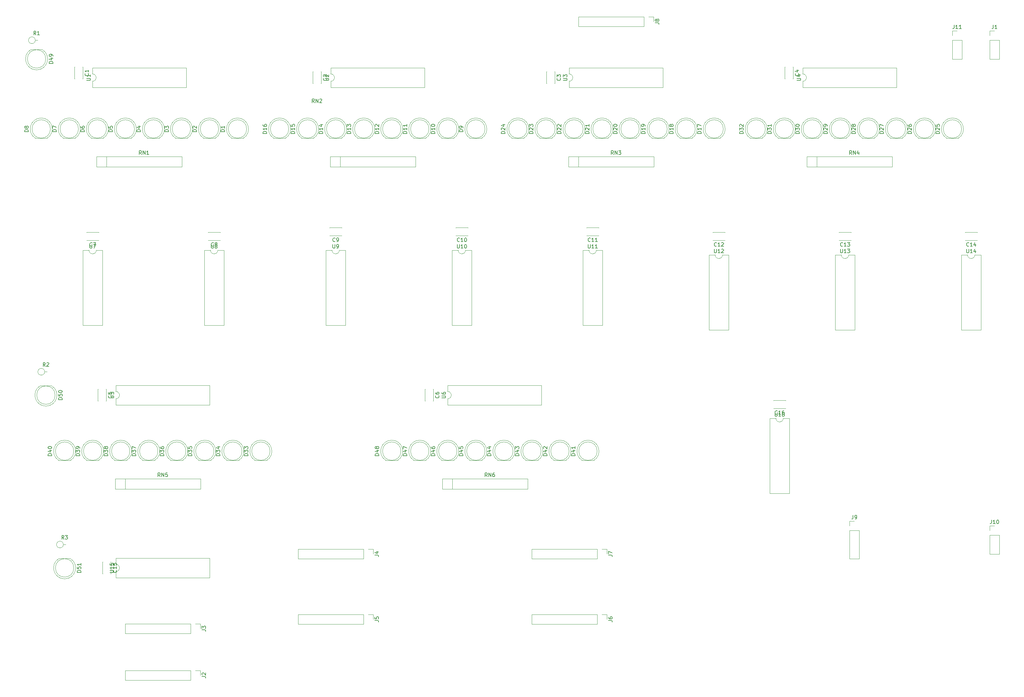
<source format=gto>
G04 #@! TF.GenerationSoftware,KiCad,Pcbnew,5.1.6-c6e7f7d~87~ubuntu16.04.1*
G04 #@! TF.CreationDate,2022-03-08T12:58:11-05:00*
G04 #@! TF.ProjectId,riscy,72697363-792e-46b6-9963-61645f706362,rev?*
G04 #@! TF.SameCoordinates,Original*
G04 #@! TF.FileFunction,Legend,Top*
G04 #@! TF.FilePolarity,Positive*
%FSLAX46Y46*%
G04 Gerber Fmt 4.6, Leading zero omitted, Abs format (unit mm)*
G04 Created by KiCad (PCBNEW 5.1.6-c6e7f7d~87~ubuntu16.04.1) date 2022-03-08 12:58:11*
%MOMM*%
%LPD*%
G01*
G04 APERTURE LIST*
%ADD10C,0.120000*%
%ADD11C,0.150000*%
G04 APERTURE END LIST*
D10*
G04 #@! TO.C,J11*
X265370000Y-26730000D02*
X268030000Y-26730000D01*
X265370000Y-21590000D02*
X265370000Y-26730000D01*
X268030000Y-21590000D02*
X268030000Y-26730000D01*
X265370000Y-21590000D02*
X268030000Y-21590000D01*
X265370000Y-20320000D02*
X265370000Y-18990000D01*
X265370000Y-18990000D02*
X266700000Y-18990000D01*
G04 #@! TO.C,U16*
X217440000Y-124400000D02*
X215790000Y-124400000D01*
X215790000Y-124400000D02*
X215790000Y-144840000D01*
X215790000Y-144840000D02*
X221090000Y-144840000D01*
X221090000Y-144840000D02*
X221090000Y-124400000D01*
X221090000Y-124400000D02*
X219440000Y-124400000D01*
X219440000Y-124400000D02*
G75*
G02*
X217440000Y-124400000I-1000000J0D01*
G01*
G04 #@! TO.C,U15*
X38040000Y-166100000D02*
X38040000Y-167750000D01*
X38040000Y-167750000D02*
X63560000Y-167750000D01*
X63560000Y-167750000D02*
X63560000Y-162450000D01*
X63560000Y-162450000D02*
X38040000Y-162450000D01*
X38040000Y-162450000D02*
X38040000Y-164100000D01*
X38040000Y-164100000D02*
G75*
G02*
X38040000Y-166100000I0J-1000000D01*
G01*
G04 #@! TO.C,U14*
X269510000Y-79950000D02*
X267860000Y-79950000D01*
X267860000Y-79950000D02*
X267860000Y-100390000D01*
X267860000Y-100390000D02*
X273160000Y-100390000D01*
X273160000Y-100390000D02*
X273160000Y-79950000D01*
X273160000Y-79950000D02*
X271510000Y-79950000D01*
X271510000Y-79950000D02*
G75*
G02*
X269510000Y-79950000I-1000000J0D01*
G01*
G04 #@! TO.C,U13*
X235220000Y-79950000D02*
X233570000Y-79950000D01*
X233570000Y-79950000D02*
X233570000Y-100390000D01*
X233570000Y-100390000D02*
X238870000Y-100390000D01*
X238870000Y-100390000D02*
X238870000Y-79950000D01*
X238870000Y-79950000D02*
X237220000Y-79950000D01*
X237220000Y-79950000D02*
G75*
G02*
X235220000Y-79950000I-1000000J0D01*
G01*
G04 #@! TO.C,U12*
X200930000Y-79950000D02*
X199280000Y-79950000D01*
X199280000Y-79950000D02*
X199280000Y-100390000D01*
X199280000Y-100390000D02*
X204580000Y-100390000D01*
X204580000Y-100390000D02*
X204580000Y-79950000D01*
X204580000Y-79950000D02*
X202930000Y-79950000D01*
X202930000Y-79950000D02*
G75*
G02*
X200930000Y-79950000I-1000000J0D01*
G01*
G04 #@! TO.C,U11*
X166640000Y-78680000D02*
X164990000Y-78680000D01*
X164990000Y-78680000D02*
X164990000Y-99120000D01*
X164990000Y-99120000D02*
X170290000Y-99120000D01*
X170290000Y-99120000D02*
X170290000Y-78680000D01*
X170290000Y-78680000D02*
X168640000Y-78680000D01*
X168640000Y-78680000D02*
G75*
G02*
X166640000Y-78680000I-1000000J0D01*
G01*
G04 #@! TO.C,U10*
X131080000Y-78680000D02*
X129430000Y-78680000D01*
X129430000Y-78680000D02*
X129430000Y-99120000D01*
X129430000Y-99120000D02*
X134730000Y-99120000D01*
X134730000Y-99120000D02*
X134730000Y-78680000D01*
X134730000Y-78680000D02*
X133080000Y-78680000D01*
X133080000Y-78680000D02*
G75*
G02*
X131080000Y-78680000I-1000000J0D01*
G01*
G04 #@! TO.C,U9*
X96790000Y-78680000D02*
X95140000Y-78680000D01*
X95140000Y-78680000D02*
X95140000Y-99120000D01*
X95140000Y-99120000D02*
X100440000Y-99120000D01*
X100440000Y-99120000D02*
X100440000Y-78680000D01*
X100440000Y-78680000D02*
X98790000Y-78680000D01*
X98790000Y-78680000D02*
G75*
G02*
X96790000Y-78680000I-1000000J0D01*
G01*
G04 #@! TO.C,U8*
X63770000Y-78680000D02*
X62120000Y-78680000D01*
X62120000Y-78680000D02*
X62120000Y-99120000D01*
X62120000Y-99120000D02*
X67420000Y-99120000D01*
X67420000Y-99120000D02*
X67420000Y-78680000D01*
X67420000Y-78680000D02*
X65770000Y-78680000D01*
X65770000Y-78680000D02*
G75*
G02*
X63770000Y-78680000I-1000000J0D01*
G01*
G04 #@! TO.C,U7*
X30750000Y-78680000D02*
X29100000Y-78680000D01*
X29100000Y-78680000D02*
X29100000Y-99120000D01*
X29100000Y-99120000D02*
X34400000Y-99120000D01*
X34400000Y-99120000D02*
X34400000Y-78680000D01*
X34400000Y-78680000D02*
X32750000Y-78680000D01*
X32750000Y-78680000D02*
G75*
G02*
X30750000Y-78680000I-1000000J0D01*
G01*
G04 #@! TO.C,U6*
X128210000Y-119110000D02*
X128210000Y-120760000D01*
X128210000Y-120760000D02*
X153730000Y-120760000D01*
X153730000Y-120760000D02*
X153730000Y-115460000D01*
X153730000Y-115460000D02*
X128210000Y-115460000D01*
X128210000Y-115460000D02*
X128210000Y-117110000D01*
X128210000Y-117110000D02*
G75*
G02*
X128210000Y-119110000I0J-1000000D01*
G01*
G04 #@! TO.C,U5*
X38040000Y-119110000D02*
X38040000Y-120760000D01*
X38040000Y-120760000D02*
X63560000Y-120760000D01*
X63560000Y-120760000D02*
X63560000Y-115460000D01*
X63560000Y-115460000D02*
X38040000Y-115460000D01*
X38040000Y-115460000D02*
X38040000Y-117110000D01*
X38040000Y-117110000D02*
G75*
G02*
X38040000Y-119110000I0J-1000000D01*
G01*
G04 #@! TO.C,U4*
X224730000Y-32750000D02*
X224730000Y-34400000D01*
X224730000Y-34400000D02*
X250250000Y-34400000D01*
X250250000Y-34400000D02*
X250250000Y-29100000D01*
X250250000Y-29100000D02*
X224730000Y-29100000D01*
X224730000Y-29100000D02*
X224730000Y-30750000D01*
X224730000Y-30750000D02*
G75*
G02*
X224730000Y-32750000I0J-1000000D01*
G01*
G04 #@! TO.C,U3*
X161230000Y-32750000D02*
X161230000Y-34400000D01*
X161230000Y-34400000D02*
X186750000Y-34400000D01*
X186750000Y-34400000D02*
X186750000Y-29100000D01*
X186750000Y-29100000D02*
X161230000Y-29100000D01*
X161230000Y-29100000D02*
X161230000Y-30750000D01*
X161230000Y-30750000D02*
G75*
G02*
X161230000Y-32750000I0J-1000000D01*
G01*
G04 #@! TO.C,U2*
X96460000Y-32750000D02*
X96460000Y-34400000D01*
X96460000Y-34400000D02*
X121980000Y-34400000D01*
X121980000Y-34400000D02*
X121980000Y-29100000D01*
X121980000Y-29100000D02*
X96460000Y-29100000D01*
X96460000Y-29100000D02*
X96460000Y-30750000D01*
X96460000Y-30750000D02*
G75*
G02*
X96460000Y-32750000I0J-1000000D01*
G01*
G04 #@! TO.C,U1*
X31690000Y-32750000D02*
X31690000Y-34400000D01*
X31690000Y-34400000D02*
X57210000Y-34400000D01*
X57210000Y-34400000D02*
X57210000Y-29100000D01*
X57210000Y-29100000D02*
X31690000Y-29100000D01*
X31690000Y-29100000D02*
X31690000Y-30750000D01*
X31690000Y-30750000D02*
G75*
G02*
X31690000Y-32750000I0J-1000000D01*
G01*
G04 #@! TO.C,RN6*
X126830000Y-140840000D02*
X126830000Y-143640000D01*
X126830000Y-143640000D02*
X150030000Y-143640000D01*
X150030000Y-143640000D02*
X150030000Y-140840000D01*
X150030000Y-140840000D02*
X126830000Y-140840000D01*
X129540000Y-140840000D02*
X129540000Y-143640000D01*
G04 #@! TO.C,RN5*
X37930000Y-140840000D02*
X37930000Y-143640000D01*
X37930000Y-143640000D02*
X61130000Y-143640000D01*
X61130000Y-143640000D02*
X61130000Y-140840000D01*
X61130000Y-140840000D02*
X37930000Y-140840000D01*
X40640000Y-140840000D02*
X40640000Y-143640000D01*
G04 #@! TO.C,RN4*
X225890000Y-53210000D02*
X225890000Y-56010000D01*
X225890000Y-56010000D02*
X249090000Y-56010000D01*
X249090000Y-56010000D02*
X249090000Y-53210000D01*
X249090000Y-53210000D02*
X225890000Y-53210000D01*
X228600000Y-53210000D02*
X228600000Y-56010000D01*
G04 #@! TO.C,RN3*
X161120000Y-53210000D02*
X161120000Y-56010000D01*
X161120000Y-56010000D02*
X184320000Y-56010000D01*
X184320000Y-56010000D02*
X184320000Y-53210000D01*
X184320000Y-53210000D02*
X161120000Y-53210000D01*
X163830000Y-53210000D02*
X163830000Y-56010000D01*
G04 #@! TO.C,RN2*
X96350000Y-53210000D02*
X96350000Y-56010000D01*
X96350000Y-56010000D02*
X119550000Y-56010000D01*
X119550000Y-56010000D02*
X119550000Y-53210000D01*
X119550000Y-53210000D02*
X96350000Y-53210000D01*
X99060000Y-53210000D02*
X99060000Y-56010000D01*
G04 #@! TO.C,RN1*
X32850000Y-53210000D02*
X32850000Y-56010000D01*
X32850000Y-56010000D02*
X56050000Y-56010000D01*
X56050000Y-56010000D02*
X56050000Y-53210000D01*
X56050000Y-53210000D02*
X32850000Y-53210000D01*
X35560000Y-53210000D02*
X35560000Y-56010000D01*
G04 #@! TO.C,R3*
X23780000Y-158750000D02*
G75*
G03*
X23780000Y-158750000I-920000J0D01*
G01*
X23780000Y-158750000D02*
X24400000Y-158750000D01*
G04 #@! TO.C,R2*
X18700000Y-111760000D02*
G75*
G03*
X18700000Y-111760000I-920000J0D01*
G01*
X18700000Y-111760000D02*
X19320000Y-111760000D01*
G04 #@! TO.C,R1*
X16160000Y-21590000D02*
G75*
G03*
X16160000Y-21590000I-920000J0D01*
G01*
X16160000Y-21590000D02*
X16780000Y-21590000D01*
G04 #@! TO.C,J10*
X275530000Y-161350000D02*
X278190000Y-161350000D01*
X275530000Y-156210000D02*
X275530000Y-161350000D01*
X278190000Y-156210000D02*
X278190000Y-161350000D01*
X275530000Y-156210000D02*
X278190000Y-156210000D01*
X275530000Y-154940000D02*
X275530000Y-153610000D01*
X275530000Y-153610000D02*
X276860000Y-153610000D01*
G04 #@! TO.C,J9*
X237430000Y-162620000D02*
X240090000Y-162620000D01*
X237430000Y-154940000D02*
X237430000Y-162620000D01*
X240090000Y-154940000D02*
X240090000Y-162620000D01*
X237430000Y-154940000D02*
X240090000Y-154940000D01*
X237430000Y-153670000D02*
X237430000Y-152340000D01*
X237430000Y-152340000D02*
X238760000Y-152340000D01*
G04 #@! TO.C,J8*
X163770000Y-15180000D02*
X163770000Y-17840000D01*
X181610000Y-15180000D02*
X163770000Y-15180000D01*
X181610000Y-17840000D02*
X163770000Y-17840000D01*
X181610000Y-15180000D02*
X181610000Y-17840000D01*
X182880000Y-15180000D02*
X184210000Y-15180000D01*
X184210000Y-15180000D02*
X184210000Y-16510000D01*
G04 #@! TO.C,J7*
X151070000Y-159960000D02*
X151070000Y-162620000D01*
X168910000Y-159960000D02*
X151070000Y-159960000D01*
X168910000Y-162620000D02*
X151070000Y-162620000D01*
X168910000Y-159960000D02*
X168910000Y-162620000D01*
X170180000Y-159960000D02*
X171510000Y-159960000D01*
X171510000Y-159960000D02*
X171510000Y-161290000D01*
G04 #@! TO.C,J6*
X151070000Y-177740000D02*
X151070000Y-180400000D01*
X168910000Y-177740000D02*
X151070000Y-177740000D01*
X168910000Y-180400000D02*
X151070000Y-180400000D01*
X168910000Y-177740000D02*
X168910000Y-180400000D01*
X170180000Y-177740000D02*
X171510000Y-177740000D01*
X171510000Y-177740000D02*
X171510000Y-179070000D01*
G04 #@! TO.C,J5*
X87570000Y-177740000D02*
X87570000Y-180400000D01*
X105410000Y-177740000D02*
X87570000Y-177740000D01*
X105410000Y-180400000D02*
X87570000Y-180400000D01*
X105410000Y-177740000D02*
X105410000Y-180400000D01*
X106680000Y-177740000D02*
X108010000Y-177740000D01*
X108010000Y-177740000D02*
X108010000Y-179070000D01*
G04 #@! TO.C,J4*
X87570000Y-159960000D02*
X87570000Y-162620000D01*
X105410000Y-159960000D02*
X87570000Y-159960000D01*
X105410000Y-162620000D02*
X87570000Y-162620000D01*
X105410000Y-159960000D02*
X105410000Y-162620000D01*
X106680000Y-159960000D02*
X108010000Y-159960000D01*
X108010000Y-159960000D02*
X108010000Y-161290000D01*
G04 #@! TO.C,J3*
X40580000Y-180280000D02*
X40580000Y-182940000D01*
X58420000Y-180280000D02*
X40580000Y-180280000D01*
X58420000Y-182940000D02*
X40580000Y-182940000D01*
X58420000Y-180280000D02*
X58420000Y-182940000D01*
X59690000Y-180280000D02*
X61020000Y-180280000D01*
X61020000Y-180280000D02*
X61020000Y-181610000D01*
G04 #@! TO.C,J2*
X40580000Y-192980000D02*
X40580000Y-195640000D01*
X58420000Y-192980000D02*
X40580000Y-192980000D01*
X58420000Y-195640000D02*
X40580000Y-195640000D01*
X58420000Y-192980000D02*
X58420000Y-195640000D01*
X59690000Y-192980000D02*
X61020000Y-192980000D01*
X61020000Y-192980000D02*
X61020000Y-194310000D01*
G04 #@! TO.C,J1*
X275530000Y-26730000D02*
X278190000Y-26730000D01*
X275530000Y-21590000D02*
X275530000Y-26730000D01*
X278190000Y-21590000D02*
X278190000Y-26730000D01*
X275530000Y-21590000D02*
X278190000Y-21590000D01*
X275530000Y-20320000D02*
X275530000Y-18990000D01*
X275530000Y-18990000D02*
X276860000Y-18990000D01*
G04 #@! TO.C,D51*
X26630000Y-165100000D02*
G75*
G03*
X26630000Y-165100000I-2500000J0D01*
G01*
X25675000Y-162540000D02*
X22585000Y-162540000D01*
X24130462Y-168090000D02*
G75*
G02*
X22585170Y-162540000I-462J2990000D01*
G01*
X24129538Y-168090000D02*
G75*
G03*
X25674830Y-162540000I462J2990000D01*
G01*
G04 #@! TO.C,D50*
X21550000Y-118110000D02*
G75*
G03*
X21550000Y-118110000I-2500000J0D01*
G01*
X20595000Y-115550000D02*
X17505000Y-115550000D01*
X19050462Y-121100000D02*
G75*
G02*
X17505170Y-115550000I-462J2990000D01*
G01*
X19049538Y-121100000D02*
G75*
G03*
X20594830Y-115550000I462J2990000D01*
G01*
G04 #@! TO.C,D49*
X19010000Y-26670000D02*
G75*
G03*
X19010000Y-26670000I-2500000J0D01*
G01*
X18055000Y-24110000D02*
X14965000Y-24110000D01*
X16510462Y-29660000D02*
G75*
G02*
X14965170Y-24110000I-462J2990000D01*
G01*
X16509538Y-29660000D02*
G75*
G03*
X18054830Y-24110000I462J2990000D01*
G01*
G04 #@! TO.C,D48*
X115530000Y-133350000D02*
G75*
G03*
X115530000Y-133350000I-2500000J0D01*
G01*
X111485000Y-135910000D02*
X114575000Y-135910000D01*
X113029538Y-130360000D02*
G75*
G02*
X114574830Y-135910000I462J-2990000D01*
G01*
X113030462Y-130360000D02*
G75*
G03*
X111485170Y-135910000I-462J-2990000D01*
G01*
G04 #@! TO.C,D47*
X123150000Y-133350000D02*
G75*
G03*
X123150000Y-133350000I-2500000J0D01*
G01*
X119105000Y-135910000D02*
X122195000Y-135910000D01*
X120649538Y-130360000D02*
G75*
G02*
X122194830Y-135910000I462J-2990000D01*
G01*
X120650462Y-130360000D02*
G75*
G03*
X119105170Y-135910000I-462J-2990000D01*
G01*
G04 #@! TO.C,D46*
X130770000Y-133350000D02*
G75*
G03*
X130770000Y-133350000I-2500000J0D01*
G01*
X126725000Y-135910000D02*
X129815000Y-135910000D01*
X128269538Y-130360000D02*
G75*
G02*
X129814830Y-135910000I462J-2990000D01*
G01*
X128270462Y-130360000D02*
G75*
G03*
X126725170Y-135910000I-462J-2990000D01*
G01*
G04 #@! TO.C,D45*
X138390000Y-133350000D02*
G75*
G03*
X138390000Y-133350000I-2500000J0D01*
G01*
X134345000Y-135910000D02*
X137435000Y-135910000D01*
X135889538Y-130360000D02*
G75*
G02*
X137434830Y-135910000I462J-2990000D01*
G01*
X135890462Y-130360000D02*
G75*
G03*
X134345170Y-135910000I-462J-2990000D01*
G01*
G04 #@! TO.C,D44*
X146010000Y-133350000D02*
G75*
G03*
X146010000Y-133350000I-2500000J0D01*
G01*
X141965000Y-135910000D02*
X145055000Y-135910000D01*
X143509538Y-130360000D02*
G75*
G02*
X145054830Y-135910000I462J-2990000D01*
G01*
X143510462Y-130360000D02*
G75*
G03*
X141965170Y-135910000I-462J-2990000D01*
G01*
G04 #@! TO.C,D43*
X153630000Y-133350000D02*
G75*
G03*
X153630000Y-133350000I-2500000J0D01*
G01*
X149585000Y-135910000D02*
X152675000Y-135910000D01*
X151129538Y-130360000D02*
G75*
G02*
X152674830Y-135910000I462J-2990000D01*
G01*
X151130462Y-130360000D02*
G75*
G03*
X149585170Y-135910000I-462J-2990000D01*
G01*
G04 #@! TO.C,D42*
X161250000Y-133350000D02*
G75*
G03*
X161250000Y-133350000I-2500000J0D01*
G01*
X157205000Y-135910000D02*
X160295000Y-135910000D01*
X158749538Y-130360000D02*
G75*
G02*
X160294830Y-135910000I462J-2990000D01*
G01*
X158750462Y-130360000D02*
G75*
G03*
X157205170Y-135910000I-462J-2990000D01*
G01*
G04 #@! TO.C,D41*
X168870000Y-133350000D02*
G75*
G03*
X168870000Y-133350000I-2500000J0D01*
G01*
X164825000Y-135910000D02*
X167915000Y-135910000D01*
X166369538Y-130360000D02*
G75*
G02*
X167914830Y-135910000I462J-2990000D01*
G01*
X166370462Y-130360000D02*
G75*
G03*
X164825170Y-135910000I-462J-2990000D01*
G01*
G04 #@! TO.C,D40*
X26630000Y-133350000D02*
G75*
G03*
X26630000Y-133350000I-2500000J0D01*
G01*
X22585000Y-135910000D02*
X25675000Y-135910000D01*
X24129538Y-130360000D02*
G75*
G02*
X25674830Y-135910000I462J-2990000D01*
G01*
X24130462Y-130360000D02*
G75*
G03*
X22585170Y-135910000I-462J-2990000D01*
G01*
G04 #@! TO.C,D39*
X34250000Y-133350000D02*
G75*
G03*
X34250000Y-133350000I-2500000J0D01*
G01*
X30205000Y-135910000D02*
X33295000Y-135910000D01*
X31749538Y-130360000D02*
G75*
G02*
X33294830Y-135910000I462J-2990000D01*
G01*
X31750462Y-130360000D02*
G75*
G03*
X30205170Y-135910000I-462J-2990000D01*
G01*
G04 #@! TO.C,D38*
X41870000Y-133350000D02*
G75*
G03*
X41870000Y-133350000I-2500000J0D01*
G01*
X37825000Y-135910000D02*
X40915000Y-135910000D01*
X39369538Y-130360000D02*
G75*
G02*
X40914830Y-135910000I462J-2990000D01*
G01*
X39370462Y-130360000D02*
G75*
G03*
X37825170Y-135910000I-462J-2990000D01*
G01*
G04 #@! TO.C,D37*
X49490000Y-133350000D02*
G75*
G03*
X49490000Y-133350000I-2500000J0D01*
G01*
X45445000Y-135910000D02*
X48535000Y-135910000D01*
X46989538Y-130360000D02*
G75*
G02*
X48534830Y-135910000I462J-2990000D01*
G01*
X46990462Y-130360000D02*
G75*
G03*
X45445170Y-135910000I-462J-2990000D01*
G01*
G04 #@! TO.C,D36*
X57110000Y-133350000D02*
G75*
G03*
X57110000Y-133350000I-2500000J0D01*
G01*
X53065000Y-135910000D02*
X56155000Y-135910000D01*
X54609538Y-130360000D02*
G75*
G02*
X56154830Y-135910000I462J-2990000D01*
G01*
X54610462Y-130360000D02*
G75*
G03*
X53065170Y-135910000I-462J-2990000D01*
G01*
G04 #@! TO.C,D35*
X64730000Y-133350000D02*
G75*
G03*
X64730000Y-133350000I-2500000J0D01*
G01*
X60685000Y-135910000D02*
X63775000Y-135910000D01*
X62229538Y-130360000D02*
G75*
G02*
X63774830Y-135910000I462J-2990000D01*
G01*
X62230462Y-130360000D02*
G75*
G03*
X60685170Y-135910000I-462J-2990000D01*
G01*
G04 #@! TO.C,D34*
X72350000Y-133350000D02*
G75*
G03*
X72350000Y-133350000I-2500000J0D01*
G01*
X68305000Y-135910000D02*
X71395000Y-135910000D01*
X69849538Y-130360000D02*
G75*
G02*
X71394830Y-135910000I462J-2990000D01*
G01*
X69850462Y-130360000D02*
G75*
G03*
X68305170Y-135910000I-462J-2990000D01*
G01*
G04 #@! TO.C,D33*
X79970000Y-133350000D02*
G75*
G03*
X79970000Y-133350000I-2500000J0D01*
G01*
X75925000Y-135910000D02*
X79015000Y-135910000D01*
X77469538Y-130360000D02*
G75*
G02*
X79014830Y-135910000I462J-2990000D01*
G01*
X77470462Y-130360000D02*
G75*
G03*
X75925170Y-135910000I-462J-2990000D01*
G01*
G04 #@! TO.C,D32*
X214590000Y-45720000D02*
G75*
G03*
X214590000Y-45720000I-2500000J0D01*
G01*
X210545000Y-48280000D02*
X213635000Y-48280000D01*
X212089538Y-42730000D02*
G75*
G02*
X213634830Y-48280000I462J-2990000D01*
G01*
X212090462Y-42730000D02*
G75*
G03*
X210545170Y-48280000I-462J-2990000D01*
G01*
G04 #@! TO.C,D31*
X222210000Y-45720000D02*
G75*
G03*
X222210000Y-45720000I-2500000J0D01*
G01*
X218165000Y-48280000D02*
X221255000Y-48280000D01*
X219709538Y-42730000D02*
G75*
G02*
X221254830Y-48280000I462J-2990000D01*
G01*
X219710462Y-42730000D02*
G75*
G03*
X218165170Y-48280000I-462J-2990000D01*
G01*
G04 #@! TO.C,D30*
X229830000Y-45720000D02*
G75*
G03*
X229830000Y-45720000I-2500000J0D01*
G01*
X225785000Y-48280000D02*
X228875000Y-48280000D01*
X227329538Y-42730000D02*
G75*
G02*
X228874830Y-48280000I462J-2990000D01*
G01*
X227330462Y-42730000D02*
G75*
G03*
X225785170Y-48280000I-462J-2990000D01*
G01*
G04 #@! TO.C,D29*
X237450000Y-45720000D02*
G75*
G03*
X237450000Y-45720000I-2500000J0D01*
G01*
X233405000Y-48280000D02*
X236495000Y-48280000D01*
X234949538Y-42730000D02*
G75*
G02*
X236494830Y-48280000I462J-2990000D01*
G01*
X234950462Y-42730000D02*
G75*
G03*
X233405170Y-48280000I-462J-2990000D01*
G01*
G04 #@! TO.C,D28*
X245070000Y-45720000D02*
G75*
G03*
X245070000Y-45720000I-2500000J0D01*
G01*
X241025000Y-48280000D02*
X244115000Y-48280000D01*
X242569538Y-42730000D02*
G75*
G02*
X244114830Y-48280000I462J-2990000D01*
G01*
X242570462Y-42730000D02*
G75*
G03*
X241025170Y-48280000I-462J-2990000D01*
G01*
G04 #@! TO.C,D27*
X252690000Y-45720000D02*
G75*
G03*
X252690000Y-45720000I-2500000J0D01*
G01*
X248645000Y-48280000D02*
X251735000Y-48280000D01*
X250189538Y-42730000D02*
G75*
G02*
X251734830Y-48280000I462J-2990000D01*
G01*
X250190462Y-42730000D02*
G75*
G03*
X248645170Y-48280000I-462J-2990000D01*
G01*
G04 #@! TO.C,D26*
X260310000Y-45720000D02*
G75*
G03*
X260310000Y-45720000I-2500000J0D01*
G01*
X256265000Y-48280000D02*
X259355000Y-48280000D01*
X257809538Y-42730000D02*
G75*
G02*
X259354830Y-48280000I462J-2990000D01*
G01*
X257810462Y-42730000D02*
G75*
G03*
X256265170Y-48280000I-462J-2990000D01*
G01*
G04 #@! TO.C,D25*
X267930000Y-45720000D02*
G75*
G03*
X267930000Y-45720000I-2500000J0D01*
G01*
X263885000Y-48280000D02*
X266975000Y-48280000D01*
X265429538Y-42730000D02*
G75*
G02*
X266974830Y-48280000I462J-2990000D01*
G01*
X265430462Y-42730000D02*
G75*
G03*
X263885170Y-48280000I-462J-2990000D01*
G01*
G04 #@! TO.C,D24*
X149820000Y-45720000D02*
G75*
G03*
X149820000Y-45720000I-2500000J0D01*
G01*
X145775000Y-48280000D02*
X148865000Y-48280000D01*
X147319538Y-42730000D02*
G75*
G02*
X148864830Y-48280000I462J-2990000D01*
G01*
X147320462Y-42730000D02*
G75*
G03*
X145775170Y-48280000I-462J-2990000D01*
G01*
G04 #@! TO.C,D23*
X157440000Y-45720000D02*
G75*
G03*
X157440000Y-45720000I-2500000J0D01*
G01*
X153395000Y-48280000D02*
X156485000Y-48280000D01*
X154939538Y-42730000D02*
G75*
G02*
X156484830Y-48280000I462J-2990000D01*
G01*
X154940462Y-42730000D02*
G75*
G03*
X153395170Y-48280000I-462J-2990000D01*
G01*
G04 #@! TO.C,D22*
X165060000Y-45720000D02*
G75*
G03*
X165060000Y-45720000I-2500000J0D01*
G01*
X161015000Y-48280000D02*
X164105000Y-48280000D01*
X162559538Y-42730000D02*
G75*
G02*
X164104830Y-48280000I462J-2990000D01*
G01*
X162560462Y-42730000D02*
G75*
G03*
X161015170Y-48280000I-462J-2990000D01*
G01*
G04 #@! TO.C,D21*
X172680000Y-45720000D02*
G75*
G03*
X172680000Y-45720000I-2500000J0D01*
G01*
X168635000Y-48280000D02*
X171725000Y-48280000D01*
X170179538Y-42730000D02*
G75*
G02*
X171724830Y-48280000I462J-2990000D01*
G01*
X170180462Y-42730000D02*
G75*
G03*
X168635170Y-48280000I-462J-2990000D01*
G01*
G04 #@! TO.C,D20*
X180300000Y-45720000D02*
G75*
G03*
X180300000Y-45720000I-2500000J0D01*
G01*
X176255000Y-48280000D02*
X179345000Y-48280000D01*
X177799538Y-42730000D02*
G75*
G02*
X179344830Y-48280000I462J-2990000D01*
G01*
X177800462Y-42730000D02*
G75*
G03*
X176255170Y-48280000I-462J-2990000D01*
G01*
G04 #@! TO.C,D19*
X187920000Y-45720000D02*
G75*
G03*
X187920000Y-45720000I-2500000J0D01*
G01*
X183875000Y-48280000D02*
X186965000Y-48280000D01*
X185419538Y-42730000D02*
G75*
G02*
X186964830Y-48280000I462J-2990000D01*
G01*
X185420462Y-42730000D02*
G75*
G03*
X183875170Y-48280000I-462J-2990000D01*
G01*
G04 #@! TO.C,D18*
X195540000Y-45720000D02*
G75*
G03*
X195540000Y-45720000I-2500000J0D01*
G01*
X191495000Y-48280000D02*
X194585000Y-48280000D01*
X193039538Y-42730000D02*
G75*
G02*
X194584830Y-48280000I462J-2990000D01*
G01*
X193040462Y-42730000D02*
G75*
G03*
X191495170Y-48280000I-462J-2990000D01*
G01*
G04 #@! TO.C,D17*
X203160000Y-45720000D02*
G75*
G03*
X203160000Y-45720000I-2500000J0D01*
G01*
X199115000Y-48280000D02*
X202205000Y-48280000D01*
X200659538Y-42730000D02*
G75*
G02*
X202204830Y-48280000I462J-2990000D01*
G01*
X200660462Y-42730000D02*
G75*
G03*
X199115170Y-48280000I-462J-2990000D01*
G01*
G04 #@! TO.C,D16*
X85050000Y-45720000D02*
G75*
G03*
X85050000Y-45720000I-2500000J0D01*
G01*
X81005000Y-48280000D02*
X84095000Y-48280000D01*
X82549538Y-42730000D02*
G75*
G02*
X84094830Y-48280000I462J-2990000D01*
G01*
X82550462Y-42730000D02*
G75*
G03*
X81005170Y-48280000I-462J-2990000D01*
G01*
G04 #@! TO.C,D15*
X92670000Y-45720000D02*
G75*
G03*
X92670000Y-45720000I-2500000J0D01*
G01*
X88625000Y-48280000D02*
X91715000Y-48280000D01*
X90169538Y-42730000D02*
G75*
G02*
X91714830Y-48280000I462J-2990000D01*
G01*
X90170462Y-42730000D02*
G75*
G03*
X88625170Y-48280000I-462J-2990000D01*
G01*
G04 #@! TO.C,D14*
X100290000Y-45720000D02*
G75*
G03*
X100290000Y-45720000I-2500000J0D01*
G01*
X96245000Y-48280000D02*
X99335000Y-48280000D01*
X97789538Y-42730000D02*
G75*
G02*
X99334830Y-48280000I462J-2990000D01*
G01*
X97790462Y-42730000D02*
G75*
G03*
X96245170Y-48280000I-462J-2990000D01*
G01*
G04 #@! TO.C,D13*
X107910000Y-45720000D02*
G75*
G03*
X107910000Y-45720000I-2500000J0D01*
G01*
X103865000Y-48280000D02*
X106955000Y-48280000D01*
X105409538Y-42730000D02*
G75*
G02*
X106954830Y-48280000I462J-2990000D01*
G01*
X105410462Y-42730000D02*
G75*
G03*
X103865170Y-48280000I-462J-2990000D01*
G01*
G04 #@! TO.C,D12*
X115530000Y-45720000D02*
G75*
G03*
X115530000Y-45720000I-2500000J0D01*
G01*
X111485000Y-48280000D02*
X114575000Y-48280000D01*
X113029538Y-42730000D02*
G75*
G02*
X114574830Y-48280000I462J-2990000D01*
G01*
X113030462Y-42730000D02*
G75*
G03*
X111485170Y-48280000I-462J-2990000D01*
G01*
G04 #@! TO.C,D11*
X123150000Y-45720000D02*
G75*
G03*
X123150000Y-45720000I-2500000J0D01*
G01*
X119105000Y-48280000D02*
X122195000Y-48280000D01*
X120649538Y-42730000D02*
G75*
G02*
X122194830Y-48280000I462J-2990000D01*
G01*
X120650462Y-42730000D02*
G75*
G03*
X119105170Y-48280000I-462J-2990000D01*
G01*
G04 #@! TO.C,D10*
X130770000Y-45720000D02*
G75*
G03*
X130770000Y-45720000I-2500000J0D01*
G01*
X126725000Y-48280000D02*
X129815000Y-48280000D01*
X128269538Y-42730000D02*
G75*
G02*
X129814830Y-48280000I462J-2990000D01*
G01*
X128270462Y-42730000D02*
G75*
G03*
X126725170Y-48280000I-462J-2990000D01*
G01*
G04 #@! TO.C,D9*
X138390000Y-45720000D02*
G75*
G03*
X138390000Y-45720000I-2500000J0D01*
G01*
X134345000Y-48280000D02*
X137435000Y-48280000D01*
X135889538Y-42730000D02*
G75*
G02*
X137434830Y-48280000I462J-2990000D01*
G01*
X135890462Y-42730000D02*
G75*
G03*
X134345170Y-48280000I-462J-2990000D01*
G01*
G04 #@! TO.C,D8*
X20280000Y-45720000D02*
G75*
G03*
X20280000Y-45720000I-2500000J0D01*
G01*
X16235000Y-48280000D02*
X19325000Y-48280000D01*
X17779538Y-42730000D02*
G75*
G02*
X19324830Y-48280000I462J-2990000D01*
G01*
X17780462Y-42730000D02*
G75*
G03*
X16235170Y-48280000I-462J-2990000D01*
G01*
G04 #@! TO.C,D7*
X27900000Y-45720000D02*
G75*
G03*
X27900000Y-45720000I-2500000J0D01*
G01*
X23855000Y-48280000D02*
X26945000Y-48280000D01*
X25399538Y-42730000D02*
G75*
G02*
X26944830Y-48280000I462J-2990000D01*
G01*
X25400462Y-42730000D02*
G75*
G03*
X23855170Y-48280000I-462J-2990000D01*
G01*
G04 #@! TO.C,D6*
X35520000Y-45720000D02*
G75*
G03*
X35520000Y-45720000I-2500000J0D01*
G01*
X31475000Y-48280000D02*
X34565000Y-48280000D01*
X33019538Y-42730000D02*
G75*
G02*
X34564830Y-48280000I462J-2990000D01*
G01*
X33020462Y-42730000D02*
G75*
G03*
X31475170Y-48280000I-462J-2990000D01*
G01*
G04 #@! TO.C,D5*
X43140000Y-45720000D02*
G75*
G03*
X43140000Y-45720000I-2500000J0D01*
G01*
X39095000Y-48280000D02*
X42185000Y-48280000D01*
X40639538Y-42730000D02*
G75*
G02*
X42184830Y-48280000I462J-2990000D01*
G01*
X40640462Y-42730000D02*
G75*
G03*
X39095170Y-48280000I-462J-2990000D01*
G01*
G04 #@! TO.C,D4*
X50760000Y-45720000D02*
G75*
G03*
X50760000Y-45720000I-2500000J0D01*
G01*
X46715000Y-48280000D02*
X49805000Y-48280000D01*
X48259538Y-42730000D02*
G75*
G02*
X49804830Y-48280000I462J-2990000D01*
G01*
X48260462Y-42730000D02*
G75*
G03*
X46715170Y-48280000I-462J-2990000D01*
G01*
G04 #@! TO.C,D3*
X58380000Y-45720000D02*
G75*
G03*
X58380000Y-45720000I-2500000J0D01*
G01*
X54335000Y-48280000D02*
X57425000Y-48280000D01*
X55879538Y-42730000D02*
G75*
G02*
X57424830Y-48280000I462J-2990000D01*
G01*
X55880462Y-42730000D02*
G75*
G03*
X54335170Y-48280000I-462J-2990000D01*
G01*
G04 #@! TO.C,D2*
X66000000Y-45720000D02*
G75*
G03*
X66000000Y-45720000I-2500000J0D01*
G01*
X61955000Y-48280000D02*
X65045000Y-48280000D01*
X63499538Y-42730000D02*
G75*
G02*
X65044830Y-48280000I462J-2990000D01*
G01*
X63500462Y-42730000D02*
G75*
G03*
X61955170Y-48280000I-462J-2990000D01*
G01*
G04 #@! TO.C,D1*
X73620000Y-45720000D02*
G75*
G03*
X73620000Y-45720000I-2500000J0D01*
G01*
X69575000Y-48280000D02*
X72665000Y-48280000D01*
X71119538Y-42730000D02*
G75*
G02*
X72664830Y-48280000I462J-2990000D01*
G01*
X71120462Y-42730000D02*
G75*
G03*
X69575170Y-48280000I-462J-2990000D01*
G01*
G04 #@! TO.C,C16*
X220080000Y-121770000D02*
X216840000Y-121770000D01*
X220080000Y-119530000D02*
X216840000Y-119530000D01*
X220080000Y-121770000D02*
X220080000Y-121705000D01*
X220080000Y-119595000D02*
X220080000Y-119530000D01*
X216840000Y-121770000D02*
X216840000Y-121705000D01*
X216840000Y-119595000D02*
X216840000Y-119530000D01*
G04 #@! TO.C,C15*
X36680000Y-163460000D02*
X36680000Y-166700000D01*
X34440000Y-163460000D02*
X34440000Y-166700000D01*
X36680000Y-163460000D02*
X36615000Y-163460000D01*
X34505000Y-163460000D02*
X34440000Y-163460000D01*
X36680000Y-166700000D02*
X36615000Y-166700000D01*
X34505000Y-166700000D02*
X34440000Y-166700000D01*
G04 #@! TO.C,C14*
X272150000Y-76050000D02*
X268910000Y-76050000D01*
X272150000Y-73810000D02*
X268910000Y-73810000D01*
X272150000Y-76050000D02*
X272150000Y-75985000D01*
X272150000Y-73875000D02*
X272150000Y-73810000D01*
X268910000Y-76050000D02*
X268910000Y-75985000D01*
X268910000Y-73875000D02*
X268910000Y-73810000D01*
G04 #@! TO.C,C13*
X237860000Y-76050000D02*
X234620000Y-76050000D01*
X237860000Y-73810000D02*
X234620000Y-73810000D01*
X237860000Y-76050000D02*
X237860000Y-75985000D01*
X237860000Y-73875000D02*
X237860000Y-73810000D01*
X234620000Y-76050000D02*
X234620000Y-75985000D01*
X234620000Y-73875000D02*
X234620000Y-73810000D01*
G04 #@! TO.C,C12*
X203570000Y-76050000D02*
X200330000Y-76050000D01*
X203570000Y-73810000D02*
X200330000Y-73810000D01*
X203570000Y-76050000D02*
X203570000Y-75985000D01*
X203570000Y-73875000D02*
X203570000Y-73810000D01*
X200330000Y-76050000D02*
X200330000Y-75985000D01*
X200330000Y-73875000D02*
X200330000Y-73810000D01*
G04 #@! TO.C,C11*
X169280000Y-74780000D02*
X166040000Y-74780000D01*
X169280000Y-72540000D02*
X166040000Y-72540000D01*
X169280000Y-74780000D02*
X169280000Y-74715000D01*
X169280000Y-72605000D02*
X169280000Y-72540000D01*
X166040000Y-74780000D02*
X166040000Y-74715000D01*
X166040000Y-72605000D02*
X166040000Y-72540000D01*
G04 #@! TO.C,C10*
X133720000Y-74780000D02*
X130480000Y-74780000D01*
X133720000Y-72540000D02*
X130480000Y-72540000D01*
X133720000Y-74780000D02*
X133720000Y-74715000D01*
X133720000Y-72605000D02*
X133720000Y-72540000D01*
X130480000Y-74780000D02*
X130480000Y-74715000D01*
X130480000Y-72605000D02*
X130480000Y-72540000D01*
G04 #@! TO.C,C9*
X99430000Y-74780000D02*
X96190000Y-74780000D01*
X99430000Y-72540000D02*
X96190000Y-72540000D01*
X99430000Y-74780000D02*
X99430000Y-74715000D01*
X99430000Y-72605000D02*
X99430000Y-72540000D01*
X96190000Y-74780000D02*
X96190000Y-74715000D01*
X96190000Y-72605000D02*
X96190000Y-72540000D01*
G04 #@! TO.C,C8*
X66410000Y-76050000D02*
X63170000Y-76050000D01*
X66410000Y-73810000D02*
X63170000Y-73810000D01*
X66410000Y-76050000D02*
X66410000Y-75985000D01*
X66410000Y-73875000D02*
X66410000Y-73810000D01*
X63170000Y-76050000D02*
X63170000Y-75985000D01*
X63170000Y-73875000D02*
X63170000Y-73810000D01*
G04 #@! TO.C,C7*
X33390000Y-76050000D02*
X30150000Y-76050000D01*
X33390000Y-73810000D02*
X30150000Y-73810000D01*
X33390000Y-76050000D02*
X33390000Y-75985000D01*
X33390000Y-73875000D02*
X33390000Y-73810000D01*
X30150000Y-76050000D02*
X30150000Y-75985000D01*
X30150000Y-73875000D02*
X30150000Y-73810000D01*
G04 #@! TO.C,C6*
X124310000Y-116470000D02*
X124310000Y-119710000D01*
X122070000Y-116470000D02*
X122070000Y-119710000D01*
X124310000Y-116470000D02*
X124245000Y-116470000D01*
X122135000Y-116470000D02*
X122070000Y-116470000D01*
X124310000Y-119710000D02*
X124245000Y-119710000D01*
X122135000Y-119710000D02*
X122070000Y-119710000D01*
G04 #@! TO.C,C5*
X35410000Y-116470000D02*
X35410000Y-119710000D01*
X33170000Y-116470000D02*
X33170000Y-119710000D01*
X35410000Y-116470000D02*
X35345000Y-116470000D01*
X33235000Y-116470000D02*
X33170000Y-116470000D01*
X35410000Y-119710000D02*
X35345000Y-119710000D01*
X33235000Y-119710000D02*
X33170000Y-119710000D01*
G04 #@! TO.C,C4*
X222100000Y-28840000D02*
X222100000Y-32080000D01*
X219860000Y-28840000D02*
X219860000Y-32080000D01*
X222100000Y-28840000D02*
X222035000Y-28840000D01*
X219925000Y-28840000D02*
X219860000Y-28840000D01*
X222100000Y-32080000D02*
X222035000Y-32080000D01*
X219925000Y-32080000D02*
X219860000Y-32080000D01*
G04 #@! TO.C,C3*
X157330000Y-30110000D02*
X157330000Y-33350000D01*
X155090000Y-30110000D02*
X155090000Y-33350000D01*
X157330000Y-30110000D02*
X157265000Y-30110000D01*
X155155000Y-30110000D02*
X155090000Y-30110000D01*
X157330000Y-33350000D02*
X157265000Y-33350000D01*
X155155000Y-33350000D02*
X155090000Y-33350000D01*
G04 #@! TO.C,C2*
X93830000Y-30110000D02*
X93830000Y-33350000D01*
X91590000Y-30110000D02*
X91590000Y-33350000D01*
X93830000Y-30110000D02*
X93765000Y-30110000D01*
X91655000Y-30110000D02*
X91590000Y-30110000D01*
X93830000Y-33350000D02*
X93765000Y-33350000D01*
X91655000Y-33350000D02*
X91590000Y-33350000D01*
G04 #@! TO.C,C1*
X29060000Y-28840000D02*
X29060000Y-32080000D01*
X26820000Y-28840000D02*
X26820000Y-32080000D01*
X29060000Y-28840000D02*
X28995000Y-28840000D01*
X26885000Y-28840000D02*
X26820000Y-28840000D01*
X29060000Y-32080000D02*
X28995000Y-32080000D01*
X26885000Y-32080000D02*
X26820000Y-32080000D01*
G04 #@! TO.C,J11*
D11*
X265890476Y-17442380D02*
X265890476Y-18156666D01*
X265842857Y-18299523D01*
X265747619Y-18394761D01*
X265604761Y-18442380D01*
X265509523Y-18442380D01*
X266890476Y-18442380D02*
X266319047Y-18442380D01*
X266604761Y-18442380D02*
X266604761Y-17442380D01*
X266509523Y-17585238D01*
X266414285Y-17680476D01*
X266319047Y-17728095D01*
X267842857Y-18442380D02*
X267271428Y-18442380D01*
X267557142Y-18442380D02*
X267557142Y-17442380D01*
X267461904Y-17585238D01*
X267366666Y-17680476D01*
X267271428Y-17728095D01*
G04 #@! TO.C,U16*
X217201904Y-122852380D02*
X217201904Y-123661904D01*
X217249523Y-123757142D01*
X217297142Y-123804761D01*
X217392380Y-123852380D01*
X217582857Y-123852380D01*
X217678095Y-123804761D01*
X217725714Y-123757142D01*
X217773333Y-123661904D01*
X217773333Y-122852380D01*
X218773333Y-123852380D02*
X218201904Y-123852380D01*
X218487619Y-123852380D02*
X218487619Y-122852380D01*
X218392380Y-122995238D01*
X218297142Y-123090476D01*
X218201904Y-123138095D01*
X219630476Y-122852380D02*
X219440000Y-122852380D01*
X219344761Y-122900000D01*
X219297142Y-122947619D01*
X219201904Y-123090476D01*
X219154285Y-123280952D01*
X219154285Y-123661904D01*
X219201904Y-123757142D01*
X219249523Y-123804761D01*
X219344761Y-123852380D01*
X219535238Y-123852380D01*
X219630476Y-123804761D01*
X219678095Y-123757142D01*
X219725714Y-123661904D01*
X219725714Y-123423809D01*
X219678095Y-123328571D01*
X219630476Y-123280952D01*
X219535238Y-123233333D01*
X219344761Y-123233333D01*
X219249523Y-123280952D01*
X219201904Y-123328571D01*
X219154285Y-123423809D01*
G04 #@! TO.C,U15*
X36492380Y-166338095D02*
X37301904Y-166338095D01*
X37397142Y-166290476D01*
X37444761Y-166242857D01*
X37492380Y-166147619D01*
X37492380Y-165957142D01*
X37444761Y-165861904D01*
X37397142Y-165814285D01*
X37301904Y-165766666D01*
X36492380Y-165766666D01*
X37492380Y-164766666D02*
X37492380Y-165338095D01*
X37492380Y-165052380D02*
X36492380Y-165052380D01*
X36635238Y-165147619D01*
X36730476Y-165242857D01*
X36778095Y-165338095D01*
X36492380Y-163861904D02*
X36492380Y-164338095D01*
X36968571Y-164385714D01*
X36920952Y-164338095D01*
X36873333Y-164242857D01*
X36873333Y-164004761D01*
X36920952Y-163909523D01*
X36968571Y-163861904D01*
X37063809Y-163814285D01*
X37301904Y-163814285D01*
X37397142Y-163861904D01*
X37444761Y-163909523D01*
X37492380Y-164004761D01*
X37492380Y-164242857D01*
X37444761Y-164338095D01*
X37397142Y-164385714D01*
G04 #@! TO.C,U14*
X269271904Y-78402380D02*
X269271904Y-79211904D01*
X269319523Y-79307142D01*
X269367142Y-79354761D01*
X269462380Y-79402380D01*
X269652857Y-79402380D01*
X269748095Y-79354761D01*
X269795714Y-79307142D01*
X269843333Y-79211904D01*
X269843333Y-78402380D01*
X270843333Y-79402380D02*
X270271904Y-79402380D01*
X270557619Y-79402380D02*
X270557619Y-78402380D01*
X270462380Y-78545238D01*
X270367142Y-78640476D01*
X270271904Y-78688095D01*
X271700476Y-78735714D02*
X271700476Y-79402380D01*
X271462380Y-78354761D02*
X271224285Y-79069047D01*
X271843333Y-79069047D01*
G04 #@! TO.C,U13*
X234981904Y-78402380D02*
X234981904Y-79211904D01*
X235029523Y-79307142D01*
X235077142Y-79354761D01*
X235172380Y-79402380D01*
X235362857Y-79402380D01*
X235458095Y-79354761D01*
X235505714Y-79307142D01*
X235553333Y-79211904D01*
X235553333Y-78402380D01*
X236553333Y-79402380D02*
X235981904Y-79402380D01*
X236267619Y-79402380D02*
X236267619Y-78402380D01*
X236172380Y-78545238D01*
X236077142Y-78640476D01*
X235981904Y-78688095D01*
X236886666Y-78402380D02*
X237505714Y-78402380D01*
X237172380Y-78783333D01*
X237315238Y-78783333D01*
X237410476Y-78830952D01*
X237458095Y-78878571D01*
X237505714Y-78973809D01*
X237505714Y-79211904D01*
X237458095Y-79307142D01*
X237410476Y-79354761D01*
X237315238Y-79402380D01*
X237029523Y-79402380D01*
X236934285Y-79354761D01*
X236886666Y-79307142D01*
G04 #@! TO.C,U12*
X200691904Y-78402380D02*
X200691904Y-79211904D01*
X200739523Y-79307142D01*
X200787142Y-79354761D01*
X200882380Y-79402380D01*
X201072857Y-79402380D01*
X201168095Y-79354761D01*
X201215714Y-79307142D01*
X201263333Y-79211904D01*
X201263333Y-78402380D01*
X202263333Y-79402380D02*
X201691904Y-79402380D01*
X201977619Y-79402380D02*
X201977619Y-78402380D01*
X201882380Y-78545238D01*
X201787142Y-78640476D01*
X201691904Y-78688095D01*
X202644285Y-78497619D02*
X202691904Y-78450000D01*
X202787142Y-78402380D01*
X203025238Y-78402380D01*
X203120476Y-78450000D01*
X203168095Y-78497619D01*
X203215714Y-78592857D01*
X203215714Y-78688095D01*
X203168095Y-78830952D01*
X202596666Y-79402380D01*
X203215714Y-79402380D01*
G04 #@! TO.C,U11*
X166401904Y-77132380D02*
X166401904Y-77941904D01*
X166449523Y-78037142D01*
X166497142Y-78084761D01*
X166592380Y-78132380D01*
X166782857Y-78132380D01*
X166878095Y-78084761D01*
X166925714Y-78037142D01*
X166973333Y-77941904D01*
X166973333Y-77132380D01*
X167973333Y-78132380D02*
X167401904Y-78132380D01*
X167687619Y-78132380D02*
X167687619Y-77132380D01*
X167592380Y-77275238D01*
X167497142Y-77370476D01*
X167401904Y-77418095D01*
X168925714Y-78132380D02*
X168354285Y-78132380D01*
X168640000Y-78132380D02*
X168640000Y-77132380D01*
X168544761Y-77275238D01*
X168449523Y-77370476D01*
X168354285Y-77418095D01*
G04 #@! TO.C,U10*
X130841904Y-77132380D02*
X130841904Y-77941904D01*
X130889523Y-78037142D01*
X130937142Y-78084761D01*
X131032380Y-78132380D01*
X131222857Y-78132380D01*
X131318095Y-78084761D01*
X131365714Y-78037142D01*
X131413333Y-77941904D01*
X131413333Y-77132380D01*
X132413333Y-78132380D02*
X131841904Y-78132380D01*
X132127619Y-78132380D02*
X132127619Y-77132380D01*
X132032380Y-77275238D01*
X131937142Y-77370476D01*
X131841904Y-77418095D01*
X133032380Y-77132380D02*
X133127619Y-77132380D01*
X133222857Y-77180000D01*
X133270476Y-77227619D01*
X133318095Y-77322857D01*
X133365714Y-77513333D01*
X133365714Y-77751428D01*
X133318095Y-77941904D01*
X133270476Y-78037142D01*
X133222857Y-78084761D01*
X133127619Y-78132380D01*
X133032380Y-78132380D01*
X132937142Y-78084761D01*
X132889523Y-78037142D01*
X132841904Y-77941904D01*
X132794285Y-77751428D01*
X132794285Y-77513333D01*
X132841904Y-77322857D01*
X132889523Y-77227619D01*
X132937142Y-77180000D01*
X133032380Y-77132380D01*
G04 #@! TO.C,U9*
X97028095Y-77132380D02*
X97028095Y-77941904D01*
X97075714Y-78037142D01*
X97123333Y-78084761D01*
X97218571Y-78132380D01*
X97409047Y-78132380D01*
X97504285Y-78084761D01*
X97551904Y-78037142D01*
X97599523Y-77941904D01*
X97599523Y-77132380D01*
X98123333Y-78132380D02*
X98313809Y-78132380D01*
X98409047Y-78084761D01*
X98456666Y-78037142D01*
X98551904Y-77894285D01*
X98599523Y-77703809D01*
X98599523Y-77322857D01*
X98551904Y-77227619D01*
X98504285Y-77180000D01*
X98409047Y-77132380D01*
X98218571Y-77132380D01*
X98123333Y-77180000D01*
X98075714Y-77227619D01*
X98028095Y-77322857D01*
X98028095Y-77560952D01*
X98075714Y-77656190D01*
X98123333Y-77703809D01*
X98218571Y-77751428D01*
X98409047Y-77751428D01*
X98504285Y-77703809D01*
X98551904Y-77656190D01*
X98599523Y-77560952D01*
G04 #@! TO.C,U8*
X64008095Y-77132380D02*
X64008095Y-77941904D01*
X64055714Y-78037142D01*
X64103333Y-78084761D01*
X64198571Y-78132380D01*
X64389047Y-78132380D01*
X64484285Y-78084761D01*
X64531904Y-78037142D01*
X64579523Y-77941904D01*
X64579523Y-77132380D01*
X65198571Y-77560952D02*
X65103333Y-77513333D01*
X65055714Y-77465714D01*
X65008095Y-77370476D01*
X65008095Y-77322857D01*
X65055714Y-77227619D01*
X65103333Y-77180000D01*
X65198571Y-77132380D01*
X65389047Y-77132380D01*
X65484285Y-77180000D01*
X65531904Y-77227619D01*
X65579523Y-77322857D01*
X65579523Y-77370476D01*
X65531904Y-77465714D01*
X65484285Y-77513333D01*
X65389047Y-77560952D01*
X65198571Y-77560952D01*
X65103333Y-77608571D01*
X65055714Y-77656190D01*
X65008095Y-77751428D01*
X65008095Y-77941904D01*
X65055714Y-78037142D01*
X65103333Y-78084761D01*
X65198571Y-78132380D01*
X65389047Y-78132380D01*
X65484285Y-78084761D01*
X65531904Y-78037142D01*
X65579523Y-77941904D01*
X65579523Y-77751428D01*
X65531904Y-77656190D01*
X65484285Y-77608571D01*
X65389047Y-77560952D01*
G04 #@! TO.C,U7*
X30988095Y-77132380D02*
X30988095Y-77941904D01*
X31035714Y-78037142D01*
X31083333Y-78084761D01*
X31178571Y-78132380D01*
X31369047Y-78132380D01*
X31464285Y-78084761D01*
X31511904Y-78037142D01*
X31559523Y-77941904D01*
X31559523Y-77132380D01*
X31940476Y-77132380D02*
X32607142Y-77132380D01*
X32178571Y-78132380D01*
G04 #@! TO.C,U6*
X126662380Y-118871904D02*
X127471904Y-118871904D01*
X127567142Y-118824285D01*
X127614761Y-118776666D01*
X127662380Y-118681428D01*
X127662380Y-118490952D01*
X127614761Y-118395714D01*
X127567142Y-118348095D01*
X127471904Y-118300476D01*
X126662380Y-118300476D01*
X126662380Y-117395714D02*
X126662380Y-117586190D01*
X126710000Y-117681428D01*
X126757619Y-117729047D01*
X126900476Y-117824285D01*
X127090952Y-117871904D01*
X127471904Y-117871904D01*
X127567142Y-117824285D01*
X127614761Y-117776666D01*
X127662380Y-117681428D01*
X127662380Y-117490952D01*
X127614761Y-117395714D01*
X127567142Y-117348095D01*
X127471904Y-117300476D01*
X127233809Y-117300476D01*
X127138571Y-117348095D01*
X127090952Y-117395714D01*
X127043333Y-117490952D01*
X127043333Y-117681428D01*
X127090952Y-117776666D01*
X127138571Y-117824285D01*
X127233809Y-117871904D01*
G04 #@! TO.C,U5*
X36492380Y-118871904D02*
X37301904Y-118871904D01*
X37397142Y-118824285D01*
X37444761Y-118776666D01*
X37492380Y-118681428D01*
X37492380Y-118490952D01*
X37444761Y-118395714D01*
X37397142Y-118348095D01*
X37301904Y-118300476D01*
X36492380Y-118300476D01*
X36492380Y-117348095D02*
X36492380Y-117824285D01*
X36968571Y-117871904D01*
X36920952Y-117824285D01*
X36873333Y-117729047D01*
X36873333Y-117490952D01*
X36920952Y-117395714D01*
X36968571Y-117348095D01*
X37063809Y-117300476D01*
X37301904Y-117300476D01*
X37397142Y-117348095D01*
X37444761Y-117395714D01*
X37492380Y-117490952D01*
X37492380Y-117729047D01*
X37444761Y-117824285D01*
X37397142Y-117871904D01*
G04 #@! TO.C,U4*
X223182380Y-32511904D02*
X223991904Y-32511904D01*
X224087142Y-32464285D01*
X224134761Y-32416666D01*
X224182380Y-32321428D01*
X224182380Y-32130952D01*
X224134761Y-32035714D01*
X224087142Y-31988095D01*
X223991904Y-31940476D01*
X223182380Y-31940476D01*
X223515714Y-31035714D02*
X224182380Y-31035714D01*
X223134761Y-31273809D02*
X223849047Y-31511904D01*
X223849047Y-30892857D01*
G04 #@! TO.C,U3*
X159682380Y-32511904D02*
X160491904Y-32511904D01*
X160587142Y-32464285D01*
X160634761Y-32416666D01*
X160682380Y-32321428D01*
X160682380Y-32130952D01*
X160634761Y-32035714D01*
X160587142Y-31988095D01*
X160491904Y-31940476D01*
X159682380Y-31940476D01*
X159682380Y-31559523D02*
X159682380Y-30940476D01*
X160063333Y-31273809D01*
X160063333Y-31130952D01*
X160110952Y-31035714D01*
X160158571Y-30988095D01*
X160253809Y-30940476D01*
X160491904Y-30940476D01*
X160587142Y-30988095D01*
X160634761Y-31035714D01*
X160682380Y-31130952D01*
X160682380Y-31416666D01*
X160634761Y-31511904D01*
X160587142Y-31559523D01*
G04 #@! TO.C,U2*
X94912380Y-32511904D02*
X95721904Y-32511904D01*
X95817142Y-32464285D01*
X95864761Y-32416666D01*
X95912380Y-32321428D01*
X95912380Y-32130952D01*
X95864761Y-32035714D01*
X95817142Y-31988095D01*
X95721904Y-31940476D01*
X94912380Y-31940476D01*
X95007619Y-31511904D02*
X94960000Y-31464285D01*
X94912380Y-31369047D01*
X94912380Y-31130952D01*
X94960000Y-31035714D01*
X95007619Y-30988095D01*
X95102857Y-30940476D01*
X95198095Y-30940476D01*
X95340952Y-30988095D01*
X95912380Y-31559523D01*
X95912380Y-30940476D01*
G04 #@! TO.C,U1*
X30142380Y-32511904D02*
X30951904Y-32511904D01*
X31047142Y-32464285D01*
X31094761Y-32416666D01*
X31142380Y-32321428D01*
X31142380Y-32130952D01*
X31094761Y-32035714D01*
X31047142Y-31988095D01*
X30951904Y-31940476D01*
X30142380Y-31940476D01*
X31142380Y-30940476D02*
X31142380Y-31511904D01*
X31142380Y-31226190D02*
X30142380Y-31226190D01*
X30285238Y-31321428D01*
X30380476Y-31416666D01*
X30428095Y-31511904D01*
G04 #@! TO.C,RN6*
X139009523Y-140292380D02*
X138676190Y-139816190D01*
X138438095Y-140292380D02*
X138438095Y-139292380D01*
X138819047Y-139292380D01*
X138914285Y-139340000D01*
X138961904Y-139387619D01*
X139009523Y-139482857D01*
X139009523Y-139625714D01*
X138961904Y-139720952D01*
X138914285Y-139768571D01*
X138819047Y-139816190D01*
X138438095Y-139816190D01*
X139438095Y-140292380D02*
X139438095Y-139292380D01*
X140009523Y-140292380D01*
X140009523Y-139292380D01*
X140914285Y-139292380D02*
X140723809Y-139292380D01*
X140628571Y-139340000D01*
X140580952Y-139387619D01*
X140485714Y-139530476D01*
X140438095Y-139720952D01*
X140438095Y-140101904D01*
X140485714Y-140197142D01*
X140533333Y-140244761D01*
X140628571Y-140292380D01*
X140819047Y-140292380D01*
X140914285Y-140244761D01*
X140961904Y-140197142D01*
X141009523Y-140101904D01*
X141009523Y-139863809D01*
X140961904Y-139768571D01*
X140914285Y-139720952D01*
X140819047Y-139673333D01*
X140628571Y-139673333D01*
X140533333Y-139720952D01*
X140485714Y-139768571D01*
X140438095Y-139863809D01*
G04 #@! TO.C,RN5*
X50109523Y-140292380D02*
X49776190Y-139816190D01*
X49538095Y-140292380D02*
X49538095Y-139292380D01*
X49919047Y-139292380D01*
X50014285Y-139340000D01*
X50061904Y-139387619D01*
X50109523Y-139482857D01*
X50109523Y-139625714D01*
X50061904Y-139720952D01*
X50014285Y-139768571D01*
X49919047Y-139816190D01*
X49538095Y-139816190D01*
X50538095Y-140292380D02*
X50538095Y-139292380D01*
X51109523Y-140292380D01*
X51109523Y-139292380D01*
X52061904Y-139292380D02*
X51585714Y-139292380D01*
X51538095Y-139768571D01*
X51585714Y-139720952D01*
X51680952Y-139673333D01*
X51919047Y-139673333D01*
X52014285Y-139720952D01*
X52061904Y-139768571D01*
X52109523Y-139863809D01*
X52109523Y-140101904D01*
X52061904Y-140197142D01*
X52014285Y-140244761D01*
X51919047Y-140292380D01*
X51680952Y-140292380D01*
X51585714Y-140244761D01*
X51538095Y-140197142D01*
G04 #@! TO.C,RN4*
X238069523Y-52662380D02*
X237736190Y-52186190D01*
X237498095Y-52662380D02*
X237498095Y-51662380D01*
X237879047Y-51662380D01*
X237974285Y-51710000D01*
X238021904Y-51757619D01*
X238069523Y-51852857D01*
X238069523Y-51995714D01*
X238021904Y-52090952D01*
X237974285Y-52138571D01*
X237879047Y-52186190D01*
X237498095Y-52186190D01*
X238498095Y-52662380D02*
X238498095Y-51662380D01*
X239069523Y-52662380D01*
X239069523Y-51662380D01*
X239974285Y-51995714D02*
X239974285Y-52662380D01*
X239736190Y-51614761D02*
X239498095Y-52329047D01*
X240117142Y-52329047D01*
G04 #@! TO.C,RN3*
X173299523Y-52662380D02*
X172966190Y-52186190D01*
X172728095Y-52662380D02*
X172728095Y-51662380D01*
X173109047Y-51662380D01*
X173204285Y-51710000D01*
X173251904Y-51757619D01*
X173299523Y-51852857D01*
X173299523Y-51995714D01*
X173251904Y-52090952D01*
X173204285Y-52138571D01*
X173109047Y-52186190D01*
X172728095Y-52186190D01*
X173728095Y-52662380D02*
X173728095Y-51662380D01*
X174299523Y-52662380D01*
X174299523Y-51662380D01*
X174680476Y-51662380D02*
X175299523Y-51662380D01*
X174966190Y-52043333D01*
X175109047Y-52043333D01*
X175204285Y-52090952D01*
X175251904Y-52138571D01*
X175299523Y-52233809D01*
X175299523Y-52471904D01*
X175251904Y-52567142D01*
X175204285Y-52614761D01*
X175109047Y-52662380D01*
X174823333Y-52662380D01*
X174728095Y-52614761D01*
X174680476Y-52567142D01*
G04 #@! TO.C,RN2*
X92019523Y-38552380D02*
X91686190Y-38076190D01*
X91448095Y-38552380D02*
X91448095Y-37552380D01*
X91829047Y-37552380D01*
X91924285Y-37600000D01*
X91971904Y-37647619D01*
X92019523Y-37742857D01*
X92019523Y-37885714D01*
X91971904Y-37980952D01*
X91924285Y-38028571D01*
X91829047Y-38076190D01*
X91448095Y-38076190D01*
X92448095Y-38552380D02*
X92448095Y-37552380D01*
X93019523Y-38552380D01*
X93019523Y-37552380D01*
X93448095Y-37647619D02*
X93495714Y-37600000D01*
X93590952Y-37552380D01*
X93829047Y-37552380D01*
X93924285Y-37600000D01*
X93971904Y-37647619D01*
X94019523Y-37742857D01*
X94019523Y-37838095D01*
X93971904Y-37980952D01*
X93400476Y-38552380D01*
X94019523Y-38552380D01*
G04 #@! TO.C,RN1*
X45029523Y-52662380D02*
X44696190Y-52186190D01*
X44458095Y-52662380D02*
X44458095Y-51662380D01*
X44839047Y-51662380D01*
X44934285Y-51710000D01*
X44981904Y-51757619D01*
X45029523Y-51852857D01*
X45029523Y-51995714D01*
X44981904Y-52090952D01*
X44934285Y-52138571D01*
X44839047Y-52186190D01*
X44458095Y-52186190D01*
X45458095Y-52662380D02*
X45458095Y-51662380D01*
X46029523Y-52662380D01*
X46029523Y-51662380D01*
X47029523Y-52662380D02*
X46458095Y-52662380D01*
X46743809Y-52662380D02*
X46743809Y-51662380D01*
X46648571Y-51805238D01*
X46553333Y-51900476D01*
X46458095Y-51948095D01*
G04 #@! TO.C,R3*
X23963333Y-157282380D02*
X23630000Y-156806190D01*
X23391904Y-157282380D02*
X23391904Y-156282380D01*
X23772857Y-156282380D01*
X23868095Y-156330000D01*
X23915714Y-156377619D01*
X23963333Y-156472857D01*
X23963333Y-156615714D01*
X23915714Y-156710952D01*
X23868095Y-156758571D01*
X23772857Y-156806190D01*
X23391904Y-156806190D01*
X24296666Y-156282380D02*
X24915714Y-156282380D01*
X24582380Y-156663333D01*
X24725238Y-156663333D01*
X24820476Y-156710952D01*
X24868095Y-156758571D01*
X24915714Y-156853809D01*
X24915714Y-157091904D01*
X24868095Y-157187142D01*
X24820476Y-157234761D01*
X24725238Y-157282380D01*
X24439523Y-157282380D01*
X24344285Y-157234761D01*
X24296666Y-157187142D01*
G04 #@! TO.C,R2*
X18883333Y-110292380D02*
X18550000Y-109816190D01*
X18311904Y-110292380D02*
X18311904Y-109292380D01*
X18692857Y-109292380D01*
X18788095Y-109340000D01*
X18835714Y-109387619D01*
X18883333Y-109482857D01*
X18883333Y-109625714D01*
X18835714Y-109720952D01*
X18788095Y-109768571D01*
X18692857Y-109816190D01*
X18311904Y-109816190D01*
X19264285Y-109387619D02*
X19311904Y-109340000D01*
X19407142Y-109292380D01*
X19645238Y-109292380D01*
X19740476Y-109340000D01*
X19788095Y-109387619D01*
X19835714Y-109482857D01*
X19835714Y-109578095D01*
X19788095Y-109720952D01*
X19216666Y-110292380D01*
X19835714Y-110292380D01*
G04 #@! TO.C,R1*
X16343333Y-20122380D02*
X16010000Y-19646190D01*
X15771904Y-20122380D02*
X15771904Y-19122380D01*
X16152857Y-19122380D01*
X16248095Y-19170000D01*
X16295714Y-19217619D01*
X16343333Y-19312857D01*
X16343333Y-19455714D01*
X16295714Y-19550952D01*
X16248095Y-19598571D01*
X16152857Y-19646190D01*
X15771904Y-19646190D01*
X17295714Y-20122380D02*
X16724285Y-20122380D01*
X17010000Y-20122380D02*
X17010000Y-19122380D01*
X16914761Y-19265238D01*
X16819523Y-19360476D01*
X16724285Y-19408095D01*
G04 #@! TO.C,J10*
X276050476Y-152062380D02*
X276050476Y-152776666D01*
X276002857Y-152919523D01*
X275907619Y-153014761D01*
X275764761Y-153062380D01*
X275669523Y-153062380D01*
X277050476Y-153062380D02*
X276479047Y-153062380D01*
X276764761Y-153062380D02*
X276764761Y-152062380D01*
X276669523Y-152205238D01*
X276574285Y-152300476D01*
X276479047Y-152348095D01*
X277669523Y-152062380D02*
X277764761Y-152062380D01*
X277860000Y-152110000D01*
X277907619Y-152157619D01*
X277955238Y-152252857D01*
X278002857Y-152443333D01*
X278002857Y-152681428D01*
X277955238Y-152871904D01*
X277907619Y-152967142D01*
X277860000Y-153014761D01*
X277764761Y-153062380D01*
X277669523Y-153062380D01*
X277574285Y-153014761D01*
X277526666Y-152967142D01*
X277479047Y-152871904D01*
X277431428Y-152681428D01*
X277431428Y-152443333D01*
X277479047Y-152252857D01*
X277526666Y-152157619D01*
X277574285Y-152110000D01*
X277669523Y-152062380D01*
G04 #@! TO.C,J9*
X238426666Y-150792380D02*
X238426666Y-151506666D01*
X238379047Y-151649523D01*
X238283809Y-151744761D01*
X238140952Y-151792380D01*
X238045714Y-151792380D01*
X238950476Y-151792380D02*
X239140952Y-151792380D01*
X239236190Y-151744761D01*
X239283809Y-151697142D01*
X239379047Y-151554285D01*
X239426666Y-151363809D01*
X239426666Y-150982857D01*
X239379047Y-150887619D01*
X239331428Y-150840000D01*
X239236190Y-150792380D01*
X239045714Y-150792380D01*
X238950476Y-150840000D01*
X238902857Y-150887619D01*
X238855238Y-150982857D01*
X238855238Y-151220952D01*
X238902857Y-151316190D01*
X238950476Y-151363809D01*
X239045714Y-151411428D01*
X239236190Y-151411428D01*
X239331428Y-151363809D01*
X239379047Y-151316190D01*
X239426666Y-151220952D01*
G04 #@! TO.C,J8*
X184662380Y-16843333D02*
X185376666Y-16843333D01*
X185519523Y-16890952D01*
X185614761Y-16986190D01*
X185662380Y-17129047D01*
X185662380Y-17224285D01*
X185090952Y-16224285D02*
X185043333Y-16319523D01*
X184995714Y-16367142D01*
X184900476Y-16414761D01*
X184852857Y-16414761D01*
X184757619Y-16367142D01*
X184710000Y-16319523D01*
X184662380Y-16224285D01*
X184662380Y-16033809D01*
X184710000Y-15938571D01*
X184757619Y-15890952D01*
X184852857Y-15843333D01*
X184900476Y-15843333D01*
X184995714Y-15890952D01*
X185043333Y-15938571D01*
X185090952Y-16033809D01*
X185090952Y-16224285D01*
X185138571Y-16319523D01*
X185186190Y-16367142D01*
X185281428Y-16414761D01*
X185471904Y-16414761D01*
X185567142Y-16367142D01*
X185614761Y-16319523D01*
X185662380Y-16224285D01*
X185662380Y-16033809D01*
X185614761Y-15938571D01*
X185567142Y-15890952D01*
X185471904Y-15843333D01*
X185281428Y-15843333D01*
X185186190Y-15890952D01*
X185138571Y-15938571D01*
X185090952Y-16033809D01*
G04 #@! TO.C,J7*
X171962380Y-161623333D02*
X172676666Y-161623333D01*
X172819523Y-161670952D01*
X172914761Y-161766190D01*
X172962380Y-161909047D01*
X172962380Y-162004285D01*
X171962380Y-161242380D02*
X171962380Y-160575714D01*
X172962380Y-161004285D01*
G04 #@! TO.C,J6*
X171962380Y-179403333D02*
X172676666Y-179403333D01*
X172819523Y-179450952D01*
X172914761Y-179546190D01*
X172962380Y-179689047D01*
X172962380Y-179784285D01*
X171962380Y-178498571D02*
X171962380Y-178689047D01*
X172010000Y-178784285D01*
X172057619Y-178831904D01*
X172200476Y-178927142D01*
X172390952Y-178974761D01*
X172771904Y-178974761D01*
X172867142Y-178927142D01*
X172914761Y-178879523D01*
X172962380Y-178784285D01*
X172962380Y-178593809D01*
X172914761Y-178498571D01*
X172867142Y-178450952D01*
X172771904Y-178403333D01*
X172533809Y-178403333D01*
X172438571Y-178450952D01*
X172390952Y-178498571D01*
X172343333Y-178593809D01*
X172343333Y-178784285D01*
X172390952Y-178879523D01*
X172438571Y-178927142D01*
X172533809Y-178974761D01*
G04 #@! TO.C,J5*
X108462380Y-179403333D02*
X109176666Y-179403333D01*
X109319523Y-179450952D01*
X109414761Y-179546190D01*
X109462380Y-179689047D01*
X109462380Y-179784285D01*
X108462380Y-178450952D02*
X108462380Y-178927142D01*
X108938571Y-178974761D01*
X108890952Y-178927142D01*
X108843333Y-178831904D01*
X108843333Y-178593809D01*
X108890952Y-178498571D01*
X108938571Y-178450952D01*
X109033809Y-178403333D01*
X109271904Y-178403333D01*
X109367142Y-178450952D01*
X109414761Y-178498571D01*
X109462380Y-178593809D01*
X109462380Y-178831904D01*
X109414761Y-178927142D01*
X109367142Y-178974761D01*
G04 #@! TO.C,J4*
X108462380Y-161623333D02*
X109176666Y-161623333D01*
X109319523Y-161670952D01*
X109414761Y-161766190D01*
X109462380Y-161909047D01*
X109462380Y-162004285D01*
X108795714Y-160718571D02*
X109462380Y-160718571D01*
X108414761Y-160956666D02*
X109129047Y-161194761D01*
X109129047Y-160575714D01*
G04 #@! TO.C,J3*
X61472380Y-181943333D02*
X62186666Y-181943333D01*
X62329523Y-181990952D01*
X62424761Y-182086190D01*
X62472380Y-182229047D01*
X62472380Y-182324285D01*
X61472380Y-181562380D02*
X61472380Y-180943333D01*
X61853333Y-181276666D01*
X61853333Y-181133809D01*
X61900952Y-181038571D01*
X61948571Y-180990952D01*
X62043809Y-180943333D01*
X62281904Y-180943333D01*
X62377142Y-180990952D01*
X62424761Y-181038571D01*
X62472380Y-181133809D01*
X62472380Y-181419523D01*
X62424761Y-181514761D01*
X62377142Y-181562380D01*
G04 #@! TO.C,J2*
X61472380Y-194643333D02*
X62186666Y-194643333D01*
X62329523Y-194690952D01*
X62424761Y-194786190D01*
X62472380Y-194929047D01*
X62472380Y-195024285D01*
X61567619Y-194214761D02*
X61520000Y-194167142D01*
X61472380Y-194071904D01*
X61472380Y-193833809D01*
X61520000Y-193738571D01*
X61567619Y-193690952D01*
X61662857Y-193643333D01*
X61758095Y-193643333D01*
X61900952Y-193690952D01*
X62472380Y-194262380D01*
X62472380Y-193643333D01*
G04 #@! TO.C,J1*
X276526666Y-17442380D02*
X276526666Y-18156666D01*
X276479047Y-18299523D01*
X276383809Y-18394761D01*
X276240952Y-18442380D01*
X276145714Y-18442380D01*
X277526666Y-18442380D02*
X276955238Y-18442380D01*
X277240952Y-18442380D02*
X277240952Y-17442380D01*
X277145714Y-17585238D01*
X277050476Y-17680476D01*
X276955238Y-17728095D01*
G04 #@! TO.C,D51*
X28542380Y-166314285D02*
X27542380Y-166314285D01*
X27542380Y-166076190D01*
X27590000Y-165933333D01*
X27685238Y-165838095D01*
X27780476Y-165790476D01*
X27970952Y-165742857D01*
X28113809Y-165742857D01*
X28304285Y-165790476D01*
X28399523Y-165838095D01*
X28494761Y-165933333D01*
X28542380Y-166076190D01*
X28542380Y-166314285D01*
X27542380Y-164838095D02*
X27542380Y-165314285D01*
X28018571Y-165361904D01*
X27970952Y-165314285D01*
X27923333Y-165219047D01*
X27923333Y-164980952D01*
X27970952Y-164885714D01*
X28018571Y-164838095D01*
X28113809Y-164790476D01*
X28351904Y-164790476D01*
X28447142Y-164838095D01*
X28494761Y-164885714D01*
X28542380Y-164980952D01*
X28542380Y-165219047D01*
X28494761Y-165314285D01*
X28447142Y-165361904D01*
X28542380Y-163838095D02*
X28542380Y-164409523D01*
X28542380Y-164123809D02*
X27542380Y-164123809D01*
X27685238Y-164219047D01*
X27780476Y-164314285D01*
X27828095Y-164409523D01*
G04 #@! TO.C,D50*
X23462380Y-119324285D02*
X22462380Y-119324285D01*
X22462380Y-119086190D01*
X22510000Y-118943333D01*
X22605238Y-118848095D01*
X22700476Y-118800476D01*
X22890952Y-118752857D01*
X23033809Y-118752857D01*
X23224285Y-118800476D01*
X23319523Y-118848095D01*
X23414761Y-118943333D01*
X23462380Y-119086190D01*
X23462380Y-119324285D01*
X22462380Y-117848095D02*
X22462380Y-118324285D01*
X22938571Y-118371904D01*
X22890952Y-118324285D01*
X22843333Y-118229047D01*
X22843333Y-117990952D01*
X22890952Y-117895714D01*
X22938571Y-117848095D01*
X23033809Y-117800476D01*
X23271904Y-117800476D01*
X23367142Y-117848095D01*
X23414761Y-117895714D01*
X23462380Y-117990952D01*
X23462380Y-118229047D01*
X23414761Y-118324285D01*
X23367142Y-118371904D01*
X22462380Y-117181428D02*
X22462380Y-117086190D01*
X22510000Y-116990952D01*
X22557619Y-116943333D01*
X22652857Y-116895714D01*
X22843333Y-116848095D01*
X23081428Y-116848095D01*
X23271904Y-116895714D01*
X23367142Y-116943333D01*
X23414761Y-116990952D01*
X23462380Y-117086190D01*
X23462380Y-117181428D01*
X23414761Y-117276666D01*
X23367142Y-117324285D01*
X23271904Y-117371904D01*
X23081428Y-117419523D01*
X22843333Y-117419523D01*
X22652857Y-117371904D01*
X22557619Y-117324285D01*
X22510000Y-117276666D01*
X22462380Y-117181428D01*
G04 #@! TO.C,D49*
X20922380Y-27884285D02*
X19922380Y-27884285D01*
X19922380Y-27646190D01*
X19970000Y-27503333D01*
X20065238Y-27408095D01*
X20160476Y-27360476D01*
X20350952Y-27312857D01*
X20493809Y-27312857D01*
X20684285Y-27360476D01*
X20779523Y-27408095D01*
X20874761Y-27503333D01*
X20922380Y-27646190D01*
X20922380Y-27884285D01*
X20255714Y-26455714D02*
X20922380Y-26455714D01*
X19874761Y-26693809D02*
X20589047Y-26931904D01*
X20589047Y-26312857D01*
X20922380Y-25884285D02*
X20922380Y-25693809D01*
X20874761Y-25598571D01*
X20827142Y-25550952D01*
X20684285Y-25455714D01*
X20493809Y-25408095D01*
X20112857Y-25408095D01*
X20017619Y-25455714D01*
X19970000Y-25503333D01*
X19922380Y-25598571D01*
X19922380Y-25789047D01*
X19970000Y-25884285D01*
X20017619Y-25931904D01*
X20112857Y-25979523D01*
X20350952Y-25979523D01*
X20446190Y-25931904D01*
X20493809Y-25884285D01*
X20541428Y-25789047D01*
X20541428Y-25598571D01*
X20493809Y-25503333D01*
X20446190Y-25455714D01*
X20350952Y-25408095D01*
G04 #@! TO.C,D48*
X109522380Y-134564285D02*
X108522380Y-134564285D01*
X108522380Y-134326190D01*
X108570000Y-134183333D01*
X108665238Y-134088095D01*
X108760476Y-134040476D01*
X108950952Y-133992857D01*
X109093809Y-133992857D01*
X109284285Y-134040476D01*
X109379523Y-134088095D01*
X109474761Y-134183333D01*
X109522380Y-134326190D01*
X109522380Y-134564285D01*
X108855714Y-133135714D02*
X109522380Y-133135714D01*
X108474761Y-133373809D02*
X109189047Y-133611904D01*
X109189047Y-132992857D01*
X108950952Y-132469047D02*
X108903333Y-132564285D01*
X108855714Y-132611904D01*
X108760476Y-132659523D01*
X108712857Y-132659523D01*
X108617619Y-132611904D01*
X108570000Y-132564285D01*
X108522380Y-132469047D01*
X108522380Y-132278571D01*
X108570000Y-132183333D01*
X108617619Y-132135714D01*
X108712857Y-132088095D01*
X108760476Y-132088095D01*
X108855714Y-132135714D01*
X108903333Y-132183333D01*
X108950952Y-132278571D01*
X108950952Y-132469047D01*
X108998571Y-132564285D01*
X109046190Y-132611904D01*
X109141428Y-132659523D01*
X109331904Y-132659523D01*
X109427142Y-132611904D01*
X109474761Y-132564285D01*
X109522380Y-132469047D01*
X109522380Y-132278571D01*
X109474761Y-132183333D01*
X109427142Y-132135714D01*
X109331904Y-132088095D01*
X109141428Y-132088095D01*
X109046190Y-132135714D01*
X108998571Y-132183333D01*
X108950952Y-132278571D01*
G04 #@! TO.C,D47*
X117142380Y-134564285D02*
X116142380Y-134564285D01*
X116142380Y-134326190D01*
X116190000Y-134183333D01*
X116285238Y-134088095D01*
X116380476Y-134040476D01*
X116570952Y-133992857D01*
X116713809Y-133992857D01*
X116904285Y-134040476D01*
X116999523Y-134088095D01*
X117094761Y-134183333D01*
X117142380Y-134326190D01*
X117142380Y-134564285D01*
X116475714Y-133135714D02*
X117142380Y-133135714D01*
X116094761Y-133373809D02*
X116809047Y-133611904D01*
X116809047Y-132992857D01*
X116142380Y-132707142D02*
X116142380Y-132040476D01*
X117142380Y-132469047D01*
G04 #@! TO.C,D46*
X124762380Y-134564285D02*
X123762380Y-134564285D01*
X123762380Y-134326190D01*
X123810000Y-134183333D01*
X123905238Y-134088095D01*
X124000476Y-134040476D01*
X124190952Y-133992857D01*
X124333809Y-133992857D01*
X124524285Y-134040476D01*
X124619523Y-134088095D01*
X124714761Y-134183333D01*
X124762380Y-134326190D01*
X124762380Y-134564285D01*
X124095714Y-133135714D02*
X124762380Y-133135714D01*
X123714761Y-133373809D02*
X124429047Y-133611904D01*
X124429047Y-132992857D01*
X123762380Y-132183333D02*
X123762380Y-132373809D01*
X123810000Y-132469047D01*
X123857619Y-132516666D01*
X124000476Y-132611904D01*
X124190952Y-132659523D01*
X124571904Y-132659523D01*
X124667142Y-132611904D01*
X124714761Y-132564285D01*
X124762380Y-132469047D01*
X124762380Y-132278571D01*
X124714761Y-132183333D01*
X124667142Y-132135714D01*
X124571904Y-132088095D01*
X124333809Y-132088095D01*
X124238571Y-132135714D01*
X124190952Y-132183333D01*
X124143333Y-132278571D01*
X124143333Y-132469047D01*
X124190952Y-132564285D01*
X124238571Y-132611904D01*
X124333809Y-132659523D01*
G04 #@! TO.C,D45*
X132382380Y-134564285D02*
X131382380Y-134564285D01*
X131382380Y-134326190D01*
X131430000Y-134183333D01*
X131525238Y-134088095D01*
X131620476Y-134040476D01*
X131810952Y-133992857D01*
X131953809Y-133992857D01*
X132144285Y-134040476D01*
X132239523Y-134088095D01*
X132334761Y-134183333D01*
X132382380Y-134326190D01*
X132382380Y-134564285D01*
X131715714Y-133135714D02*
X132382380Y-133135714D01*
X131334761Y-133373809D02*
X132049047Y-133611904D01*
X132049047Y-132992857D01*
X131382380Y-132135714D02*
X131382380Y-132611904D01*
X131858571Y-132659523D01*
X131810952Y-132611904D01*
X131763333Y-132516666D01*
X131763333Y-132278571D01*
X131810952Y-132183333D01*
X131858571Y-132135714D01*
X131953809Y-132088095D01*
X132191904Y-132088095D01*
X132287142Y-132135714D01*
X132334761Y-132183333D01*
X132382380Y-132278571D01*
X132382380Y-132516666D01*
X132334761Y-132611904D01*
X132287142Y-132659523D01*
G04 #@! TO.C,D44*
X140002380Y-134564285D02*
X139002380Y-134564285D01*
X139002380Y-134326190D01*
X139050000Y-134183333D01*
X139145238Y-134088095D01*
X139240476Y-134040476D01*
X139430952Y-133992857D01*
X139573809Y-133992857D01*
X139764285Y-134040476D01*
X139859523Y-134088095D01*
X139954761Y-134183333D01*
X140002380Y-134326190D01*
X140002380Y-134564285D01*
X139335714Y-133135714D02*
X140002380Y-133135714D01*
X138954761Y-133373809D02*
X139669047Y-133611904D01*
X139669047Y-132992857D01*
X139335714Y-132183333D02*
X140002380Y-132183333D01*
X138954761Y-132421428D02*
X139669047Y-132659523D01*
X139669047Y-132040476D01*
G04 #@! TO.C,D43*
X147622380Y-134564285D02*
X146622380Y-134564285D01*
X146622380Y-134326190D01*
X146670000Y-134183333D01*
X146765238Y-134088095D01*
X146860476Y-134040476D01*
X147050952Y-133992857D01*
X147193809Y-133992857D01*
X147384285Y-134040476D01*
X147479523Y-134088095D01*
X147574761Y-134183333D01*
X147622380Y-134326190D01*
X147622380Y-134564285D01*
X146955714Y-133135714D02*
X147622380Y-133135714D01*
X146574761Y-133373809D02*
X147289047Y-133611904D01*
X147289047Y-132992857D01*
X146622380Y-132707142D02*
X146622380Y-132088095D01*
X147003333Y-132421428D01*
X147003333Y-132278571D01*
X147050952Y-132183333D01*
X147098571Y-132135714D01*
X147193809Y-132088095D01*
X147431904Y-132088095D01*
X147527142Y-132135714D01*
X147574761Y-132183333D01*
X147622380Y-132278571D01*
X147622380Y-132564285D01*
X147574761Y-132659523D01*
X147527142Y-132707142D01*
G04 #@! TO.C,D42*
X155242380Y-134564285D02*
X154242380Y-134564285D01*
X154242380Y-134326190D01*
X154290000Y-134183333D01*
X154385238Y-134088095D01*
X154480476Y-134040476D01*
X154670952Y-133992857D01*
X154813809Y-133992857D01*
X155004285Y-134040476D01*
X155099523Y-134088095D01*
X155194761Y-134183333D01*
X155242380Y-134326190D01*
X155242380Y-134564285D01*
X154575714Y-133135714D02*
X155242380Y-133135714D01*
X154194761Y-133373809D02*
X154909047Y-133611904D01*
X154909047Y-132992857D01*
X154337619Y-132659523D02*
X154290000Y-132611904D01*
X154242380Y-132516666D01*
X154242380Y-132278571D01*
X154290000Y-132183333D01*
X154337619Y-132135714D01*
X154432857Y-132088095D01*
X154528095Y-132088095D01*
X154670952Y-132135714D01*
X155242380Y-132707142D01*
X155242380Y-132088095D01*
G04 #@! TO.C,D41*
X162862380Y-134564285D02*
X161862380Y-134564285D01*
X161862380Y-134326190D01*
X161910000Y-134183333D01*
X162005238Y-134088095D01*
X162100476Y-134040476D01*
X162290952Y-133992857D01*
X162433809Y-133992857D01*
X162624285Y-134040476D01*
X162719523Y-134088095D01*
X162814761Y-134183333D01*
X162862380Y-134326190D01*
X162862380Y-134564285D01*
X162195714Y-133135714D02*
X162862380Y-133135714D01*
X161814761Y-133373809D02*
X162529047Y-133611904D01*
X162529047Y-132992857D01*
X162862380Y-132088095D02*
X162862380Y-132659523D01*
X162862380Y-132373809D02*
X161862380Y-132373809D01*
X162005238Y-132469047D01*
X162100476Y-132564285D01*
X162148095Y-132659523D01*
G04 #@! TO.C,D40*
X20622380Y-134564285D02*
X19622380Y-134564285D01*
X19622380Y-134326190D01*
X19670000Y-134183333D01*
X19765238Y-134088095D01*
X19860476Y-134040476D01*
X20050952Y-133992857D01*
X20193809Y-133992857D01*
X20384285Y-134040476D01*
X20479523Y-134088095D01*
X20574761Y-134183333D01*
X20622380Y-134326190D01*
X20622380Y-134564285D01*
X19955714Y-133135714D02*
X20622380Y-133135714D01*
X19574761Y-133373809D02*
X20289047Y-133611904D01*
X20289047Y-132992857D01*
X19622380Y-132421428D02*
X19622380Y-132326190D01*
X19670000Y-132230952D01*
X19717619Y-132183333D01*
X19812857Y-132135714D01*
X20003333Y-132088095D01*
X20241428Y-132088095D01*
X20431904Y-132135714D01*
X20527142Y-132183333D01*
X20574761Y-132230952D01*
X20622380Y-132326190D01*
X20622380Y-132421428D01*
X20574761Y-132516666D01*
X20527142Y-132564285D01*
X20431904Y-132611904D01*
X20241428Y-132659523D01*
X20003333Y-132659523D01*
X19812857Y-132611904D01*
X19717619Y-132564285D01*
X19670000Y-132516666D01*
X19622380Y-132421428D01*
G04 #@! TO.C,D39*
X28242380Y-134564285D02*
X27242380Y-134564285D01*
X27242380Y-134326190D01*
X27290000Y-134183333D01*
X27385238Y-134088095D01*
X27480476Y-134040476D01*
X27670952Y-133992857D01*
X27813809Y-133992857D01*
X28004285Y-134040476D01*
X28099523Y-134088095D01*
X28194761Y-134183333D01*
X28242380Y-134326190D01*
X28242380Y-134564285D01*
X27242380Y-133659523D02*
X27242380Y-133040476D01*
X27623333Y-133373809D01*
X27623333Y-133230952D01*
X27670952Y-133135714D01*
X27718571Y-133088095D01*
X27813809Y-133040476D01*
X28051904Y-133040476D01*
X28147142Y-133088095D01*
X28194761Y-133135714D01*
X28242380Y-133230952D01*
X28242380Y-133516666D01*
X28194761Y-133611904D01*
X28147142Y-133659523D01*
X28242380Y-132564285D02*
X28242380Y-132373809D01*
X28194761Y-132278571D01*
X28147142Y-132230952D01*
X28004285Y-132135714D01*
X27813809Y-132088095D01*
X27432857Y-132088095D01*
X27337619Y-132135714D01*
X27290000Y-132183333D01*
X27242380Y-132278571D01*
X27242380Y-132469047D01*
X27290000Y-132564285D01*
X27337619Y-132611904D01*
X27432857Y-132659523D01*
X27670952Y-132659523D01*
X27766190Y-132611904D01*
X27813809Y-132564285D01*
X27861428Y-132469047D01*
X27861428Y-132278571D01*
X27813809Y-132183333D01*
X27766190Y-132135714D01*
X27670952Y-132088095D01*
G04 #@! TO.C,D38*
X35862380Y-134564285D02*
X34862380Y-134564285D01*
X34862380Y-134326190D01*
X34910000Y-134183333D01*
X35005238Y-134088095D01*
X35100476Y-134040476D01*
X35290952Y-133992857D01*
X35433809Y-133992857D01*
X35624285Y-134040476D01*
X35719523Y-134088095D01*
X35814761Y-134183333D01*
X35862380Y-134326190D01*
X35862380Y-134564285D01*
X34862380Y-133659523D02*
X34862380Y-133040476D01*
X35243333Y-133373809D01*
X35243333Y-133230952D01*
X35290952Y-133135714D01*
X35338571Y-133088095D01*
X35433809Y-133040476D01*
X35671904Y-133040476D01*
X35767142Y-133088095D01*
X35814761Y-133135714D01*
X35862380Y-133230952D01*
X35862380Y-133516666D01*
X35814761Y-133611904D01*
X35767142Y-133659523D01*
X35290952Y-132469047D02*
X35243333Y-132564285D01*
X35195714Y-132611904D01*
X35100476Y-132659523D01*
X35052857Y-132659523D01*
X34957619Y-132611904D01*
X34910000Y-132564285D01*
X34862380Y-132469047D01*
X34862380Y-132278571D01*
X34910000Y-132183333D01*
X34957619Y-132135714D01*
X35052857Y-132088095D01*
X35100476Y-132088095D01*
X35195714Y-132135714D01*
X35243333Y-132183333D01*
X35290952Y-132278571D01*
X35290952Y-132469047D01*
X35338571Y-132564285D01*
X35386190Y-132611904D01*
X35481428Y-132659523D01*
X35671904Y-132659523D01*
X35767142Y-132611904D01*
X35814761Y-132564285D01*
X35862380Y-132469047D01*
X35862380Y-132278571D01*
X35814761Y-132183333D01*
X35767142Y-132135714D01*
X35671904Y-132088095D01*
X35481428Y-132088095D01*
X35386190Y-132135714D01*
X35338571Y-132183333D01*
X35290952Y-132278571D01*
G04 #@! TO.C,D37*
X43482380Y-134564285D02*
X42482380Y-134564285D01*
X42482380Y-134326190D01*
X42530000Y-134183333D01*
X42625238Y-134088095D01*
X42720476Y-134040476D01*
X42910952Y-133992857D01*
X43053809Y-133992857D01*
X43244285Y-134040476D01*
X43339523Y-134088095D01*
X43434761Y-134183333D01*
X43482380Y-134326190D01*
X43482380Y-134564285D01*
X42482380Y-133659523D02*
X42482380Y-133040476D01*
X42863333Y-133373809D01*
X42863333Y-133230952D01*
X42910952Y-133135714D01*
X42958571Y-133088095D01*
X43053809Y-133040476D01*
X43291904Y-133040476D01*
X43387142Y-133088095D01*
X43434761Y-133135714D01*
X43482380Y-133230952D01*
X43482380Y-133516666D01*
X43434761Y-133611904D01*
X43387142Y-133659523D01*
X42482380Y-132707142D02*
X42482380Y-132040476D01*
X43482380Y-132469047D01*
G04 #@! TO.C,D36*
X51102380Y-134564285D02*
X50102380Y-134564285D01*
X50102380Y-134326190D01*
X50150000Y-134183333D01*
X50245238Y-134088095D01*
X50340476Y-134040476D01*
X50530952Y-133992857D01*
X50673809Y-133992857D01*
X50864285Y-134040476D01*
X50959523Y-134088095D01*
X51054761Y-134183333D01*
X51102380Y-134326190D01*
X51102380Y-134564285D01*
X50102380Y-133659523D02*
X50102380Y-133040476D01*
X50483333Y-133373809D01*
X50483333Y-133230952D01*
X50530952Y-133135714D01*
X50578571Y-133088095D01*
X50673809Y-133040476D01*
X50911904Y-133040476D01*
X51007142Y-133088095D01*
X51054761Y-133135714D01*
X51102380Y-133230952D01*
X51102380Y-133516666D01*
X51054761Y-133611904D01*
X51007142Y-133659523D01*
X50102380Y-132183333D02*
X50102380Y-132373809D01*
X50150000Y-132469047D01*
X50197619Y-132516666D01*
X50340476Y-132611904D01*
X50530952Y-132659523D01*
X50911904Y-132659523D01*
X51007142Y-132611904D01*
X51054761Y-132564285D01*
X51102380Y-132469047D01*
X51102380Y-132278571D01*
X51054761Y-132183333D01*
X51007142Y-132135714D01*
X50911904Y-132088095D01*
X50673809Y-132088095D01*
X50578571Y-132135714D01*
X50530952Y-132183333D01*
X50483333Y-132278571D01*
X50483333Y-132469047D01*
X50530952Y-132564285D01*
X50578571Y-132611904D01*
X50673809Y-132659523D01*
G04 #@! TO.C,D35*
X58722380Y-134564285D02*
X57722380Y-134564285D01*
X57722380Y-134326190D01*
X57770000Y-134183333D01*
X57865238Y-134088095D01*
X57960476Y-134040476D01*
X58150952Y-133992857D01*
X58293809Y-133992857D01*
X58484285Y-134040476D01*
X58579523Y-134088095D01*
X58674761Y-134183333D01*
X58722380Y-134326190D01*
X58722380Y-134564285D01*
X57722380Y-133659523D02*
X57722380Y-133040476D01*
X58103333Y-133373809D01*
X58103333Y-133230952D01*
X58150952Y-133135714D01*
X58198571Y-133088095D01*
X58293809Y-133040476D01*
X58531904Y-133040476D01*
X58627142Y-133088095D01*
X58674761Y-133135714D01*
X58722380Y-133230952D01*
X58722380Y-133516666D01*
X58674761Y-133611904D01*
X58627142Y-133659523D01*
X57722380Y-132135714D02*
X57722380Y-132611904D01*
X58198571Y-132659523D01*
X58150952Y-132611904D01*
X58103333Y-132516666D01*
X58103333Y-132278571D01*
X58150952Y-132183333D01*
X58198571Y-132135714D01*
X58293809Y-132088095D01*
X58531904Y-132088095D01*
X58627142Y-132135714D01*
X58674761Y-132183333D01*
X58722380Y-132278571D01*
X58722380Y-132516666D01*
X58674761Y-132611904D01*
X58627142Y-132659523D01*
G04 #@! TO.C,D34*
X66342380Y-134564285D02*
X65342380Y-134564285D01*
X65342380Y-134326190D01*
X65390000Y-134183333D01*
X65485238Y-134088095D01*
X65580476Y-134040476D01*
X65770952Y-133992857D01*
X65913809Y-133992857D01*
X66104285Y-134040476D01*
X66199523Y-134088095D01*
X66294761Y-134183333D01*
X66342380Y-134326190D01*
X66342380Y-134564285D01*
X65342380Y-133659523D02*
X65342380Y-133040476D01*
X65723333Y-133373809D01*
X65723333Y-133230952D01*
X65770952Y-133135714D01*
X65818571Y-133088095D01*
X65913809Y-133040476D01*
X66151904Y-133040476D01*
X66247142Y-133088095D01*
X66294761Y-133135714D01*
X66342380Y-133230952D01*
X66342380Y-133516666D01*
X66294761Y-133611904D01*
X66247142Y-133659523D01*
X65675714Y-132183333D02*
X66342380Y-132183333D01*
X65294761Y-132421428D02*
X66009047Y-132659523D01*
X66009047Y-132040476D01*
G04 #@! TO.C,D33*
X73962380Y-134564285D02*
X72962380Y-134564285D01*
X72962380Y-134326190D01*
X73010000Y-134183333D01*
X73105238Y-134088095D01*
X73200476Y-134040476D01*
X73390952Y-133992857D01*
X73533809Y-133992857D01*
X73724285Y-134040476D01*
X73819523Y-134088095D01*
X73914761Y-134183333D01*
X73962380Y-134326190D01*
X73962380Y-134564285D01*
X72962380Y-133659523D02*
X72962380Y-133040476D01*
X73343333Y-133373809D01*
X73343333Y-133230952D01*
X73390952Y-133135714D01*
X73438571Y-133088095D01*
X73533809Y-133040476D01*
X73771904Y-133040476D01*
X73867142Y-133088095D01*
X73914761Y-133135714D01*
X73962380Y-133230952D01*
X73962380Y-133516666D01*
X73914761Y-133611904D01*
X73867142Y-133659523D01*
X72962380Y-132707142D02*
X72962380Y-132088095D01*
X73343333Y-132421428D01*
X73343333Y-132278571D01*
X73390952Y-132183333D01*
X73438571Y-132135714D01*
X73533809Y-132088095D01*
X73771904Y-132088095D01*
X73867142Y-132135714D01*
X73914761Y-132183333D01*
X73962380Y-132278571D01*
X73962380Y-132564285D01*
X73914761Y-132659523D01*
X73867142Y-132707142D01*
G04 #@! TO.C,D32*
X208582380Y-46934285D02*
X207582380Y-46934285D01*
X207582380Y-46696190D01*
X207630000Y-46553333D01*
X207725238Y-46458095D01*
X207820476Y-46410476D01*
X208010952Y-46362857D01*
X208153809Y-46362857D01*
X208344285Y-46410476D01*
X208439523Y-46458095D01*
X208534761Y-46553333D01*
X208582380Y-46696190D01*
X208582380Y-46934285D01*
X207582380Y-46029523D02*
X207582380Y-45410476D01*
X207963333Y-45743809D01*
X207963333Y-45600952D01*
X208010952Y-45505714D01*
X208058571Y-45458095D01*
X208153809Y-45410476D01*
X208391904Y-45410476D01*
X208487142Y-45458095D01*
X208534761Y-45505714D01*
X208582380Y-45600952D01*
X208582380Y-45886666D01*
X208534761Y-45981904D01*
X208487142Y-46029523D01*
X207677619Y-45029523D02*
X207630000Y-44981904D01*
X207582380Y-44886666D01*
X207582380Y-44648571D01*
X207630000Y-44553333D01*
X207677619Y-44505714D01*
X207772857Y-44458095D01*
X207868095Y-44458095D01*
X208010952Y-44505714D01*
X208582380Y-45077142D01*
X208582380Y-44458095D01*
G04 #@! TO.C,D31*
X216202380Y-46934285D02*
X215202380Y-46934285D01*
X215202380Y-46696190D01*
X215250000Y-46553333D01*
X215345238Y-46458095D01*
X215440476Y-46410476D01*
X215630952Y-46362857D01*
X215773809Y-46362857D01*
X215964285Y-46410476D01*
X216059523Y-46458095D01*
X216154761Y-46553333D01*
X216202380Y-46696190D01*
X216202380Y-46934285D01*
X215202380Y-46029523D02*
X215202380Y-45410476D01*
X215583333Y-45743809D01*
X215583333Y-45600952D01*
X215630952Y-45505714D01*
X215678571Y-45458095D01*
X215773809Y-45410476D01*
X216011904Y-45410476D01*
X216107142Y-45458095D01*
X216154761Y-45505714D01*
X216202380Y-45600952D01*
X216202380Y-45886666D01*
X216154761Y-45981904D01*
X216107142Y-46029523D01*
X216202380Y-44458095D02*
X216202380Y-45029523D01*
X216202380Y-44743809D02*
X215202380Y-44743809D01*
X215345238Y-44839047D01*
X215440476Y-44934285D01*
X215488095Y-45029523D01*
G04 #@! TO.C,D30*
X223822380Y-46934285D02*
X222822380Y-46934285D01*
X222822380Y-46696190D01*
X222870000Y-46553333D01*
X222965238Y-46458095D01*
X223060476Y-46410476D01*
X223250952Y-46362857D01*
X223393809Y-46362857D01*
X223584285Y-46410476D01*
X223679523Y-46458095D01*
X223774761Y-46553333D01*
X223822380Y-46696190D01*
X223822380Y-46934285D01*
X222822380Y-46029523D02*
X222822380Y-45410476D01*
X223203333Y-45743809D01*
X223203333Y-45600952D01*
X223250952Y-45505714D01*
X223298571Y-45458095D01*
X223393809Y-45410476D01*
X223631904Y-45410476D01*
X223727142Y-45458095D01*
X223774761Y-45505714D01*
X223822380Y-45600952D01*
X223822380Y-45886666D01*
X223774761Y-45981904D01*
X223727142Y-46029523D01*
X222822380Y-44791428D02*
X222822380Y-44696190D01*
X222870000Y-44600952D01*
X222917619Y-44553333D01*
X223012857Y-44505714D01*
X223203333Y-44458095D01*
X223441428Y-44458095D01*
X223631904Y-44505714D01*
X223727142Y-44553333D01*
X223774761Y-44600952D01*
X223822380Y-44696190D01*
X223822380Y-44791428D01*
X223774761Y-44886666D01*
X223727142Y-44934285D01*
X223631904Y-44981904D01*
X223441428Y-45029523D01*
X223203333Y-45029523D01*
X223012857Y-44981904D01*
X222917619Y-44934285D01*
X222870000Y-44886666D01*
X222822380Y-44791428D01*
G04 #@! TO.C,D29*
X231442380Y-46934285D02*
X230442380Y-46934285D01*
X230442380Y-46696190D01*
X230490000Y-46553333D01*
X230585238Y-46458095D01*
X230680476Y-46410476D01*
X230870952Y-46362857D01*
X231013809Y-46362857D01*
X231204285Y-46410476D01*
X231299523Y-46458095D01*
X231394761Y-46553333D01*
X231442380Y-46696190D01*
X231442380Y-46934285D01*
X230537619Y-45981904D02*
X230490000Y-45934285D01*
X230442380Y-45839047D01*
X230442380Y-45600952D01*
X230490000Y-45505714D01*
X230537619Y-45458095D01*
X230632857Y-45410476D01*
X230728095Y-45410476D01*
X230870952Y-45458095D01*
X231442380Y-46029523D01*
X231442380Y-45410476D01*
X231442380Y-44934285D02*
X231442380Y-44743809D01*
X231394761Y-44648571D01*
X231347142Y-44600952D01*
X231204285Y-44505714D01*
X231013809Y-44458095D01*
X230632857Y-44458095D01*
X230537619Y-44505714D01*
X230490000Y-44553333D01*
X230442380Y-44648571D01*
X230442380Y-44839047D01*
X230490000Y-44934285D01*
X230537619Y-44981904D01*
X230632857Y-45029523D01*
X230870952Y-45029523D01*
X230966190Y-44981904D01*
X231013809Y-44934285D01*
X231061428Y-44839047D01*
X231061428Y-44648571D01*
X231013809Y-44553333D01*
X230966190Y-44505714D01*
X230870952Y-44458095D01*
G04 #@! TO.C,D28*
X239062380Y-46934285D02*
X238062380Y-46934285D01*
X238062380Y-46696190D01*
X238110000Y-46553333D01*
X238205238Y-46458095D01*
X238300476Y-46410476D01*
X238490952Y-46362857D01*
X238633809Y-46362857D01*
X238824285Y-46410476D01*
X238919523Y-46458095D01*
X239014761Y-46553333D01*
X239062380Y-46696190D01*
X239062380Y-46934285D01*
X238157619Y-45981904D02*
X238110000Y-45934285D01*
X238062380Y-45839047D01*
X238062380Y-45600952D01*
X238110000Y-45505714D01*
X238157619Y-45458095D01*
X238252857Y-45410476D01*
X238348095Y-45410476D01*
X238490952Y-45458095D01*
X239062380Y-46029523D01*
X239062380Y-45410476D01*
X238490952Y-44839047D02*
X238443333Y-44934285D01*
X238395714Y-44981904D01*
X238300476Y-45029523D01*
X238252857Y-45029523D01*
X238157619Y-44981904D01*
X238110000Y-44934285D01*
X238062380Y-44839047D01*
X238062380Y-44648571D01*
X238110000Y-44553333D01*
X238157619Y-44505714D01*
X238252857Y-44458095D01*
X238300476Y-44458095D01*
X238395714Y-44505714D01*
X238443333Y-44553333D01*
X238490952Y-44648571D01*
X238490952Y-44839047D01*
X238538571Y-44934285D01*
X238586190Y-44981904D01*
X238681428Y-45029523D01*
X238871904Y-45029523D01*
X238967142Y-44981904D01*
X239014761Y-44934285D01*
X239062380Y-44839047D01*
X239062380Y-44648571D01*
X239014761Y-44553333D01*
X238967142Y-44505714D01*
X238871904Y-44458095D01*
X238681428Y-44458095D01*
X238586190Y-44505714D01*
X238538571Y-44553333D01*
X238490952Y-44648571D01*
G04 #@! TO.C,D27*
X246682380Y-46934285D02*
X245682380Y-46934285D01*
X245682380Y-46696190D01*
X245730000Y-46553333D01*
X245825238Y-46458095D01*
X245920476Y-46410476D01*
X246110952Y-46362857D01*
X246253809Y-46362857D01*
X246444285Y-46410476D01*
X246539523Y-46458095D01*
X246634761Y-46553333D01*
X246682380Y-46696190D01*
X246682380Y-46934285D01*
X245777619Y-45981904D02*
X245730000Y-45934285D01*
X245682380Y-45839047D01*
X245682380Y-45600952D01*
X245730000Y-45505714D01*
X245777619Y-45458095D01*
X245872857Y-45410476D01*
X245968095Y-45410476D01*
X246110952Y-45458095D01*
X246682380Y-46029523D01*
X246682380Y-45410476D01*
X245682380Y-45077142D02*
X245682380Y-44410476D01*
X246682380Y-44839047D01*
G04 #@! TO.C,D26*
X254302380Y-46934285D02*
X253302380Y-46934285D01*
X253302380Y-46696190D01*
X253350000Y-46553333D01*
X253445238Y-46458095D01*
X253540476Y-46410476D01*
X253730952Y-46362857D01*
X253873809Y-46362857D01*
X254064285Y-46410476D01*
X254159523Y-46458095D01*
X254254761Y-46553333D01*
X254302380Y-46696190D01*
X254302380Y-46934285D01*
X253397619Y-45981904D02*
X253350000Y-45934285D01*
X253302380Y-45839047D01*
X253302380Y-45600952D01*
X253350000Y-45505714D01*
X253397619Y-45458095D01*
X253492857Y-45410476D01*
X253588095Y-45410476D01*
X253730952Y-45458095D01*
X254302380Y-46029523D01*
X254302380Y-45410476D01*
X253302380Y-44553333D02*
X253302380Y-44743809D01*
X253350000Y-44839047D01*
X253397619Y-44886666D01*
X253540476Y-44981904D01*
X253730952Y-45029523D01*
X254111904Y-45029523D01*
X254207142Y-44981904D01*
X254254761Y-44934285D01*
X254302380Y-44839047D01*
X254302380Y-44648571D01*
X254254761Y-44553333D01*
X254207142Y-44505714D01*
X254111904Y-44458095D01*
X253873809Y-44458095D01*
X253778571Y-44505714D01*
X253730952Y-44553333D01*
X253683333Y-44648571D01*
X253683333Y-44839047D01*
X253730952Y-44934285D01*
X253778571Y-44981904D01*
X253873809Y-45029523D01*
G04 #@! TO.C,D25*
X261922380Y-46934285D02*
X260922380Y-46934285D01*
X260922380Y-46696190D01*
X260970000Y-46553333D01*
X261065238Y-46458095D01*
X261160476Y-46410476D01*
X261350952Y-46362857D01*
X261493809Y-46362857D01*
X261684285Y-46410476D01*
X261779523Y-46458095D01*
X261874761Y-46553333D01*
X261922380Y-46696190D01*
X261922380Y-46934285D01*
X261017619Y-45981904D02*
X260970000Y-45934285D01*
X260922380Y-45839047D01*
X260922380Y-45600952D01*
X260970000Y-45505714D01*
X261017619Y-45458095D01*
X261112857Y-45410476D01*
X261208095Y-45410476D01*
X261350952Y-45458095D01*
X261922380Y-46029523D01*
X261922380Y-45410476D01*
X260922380Y-44505714D02*
X260922380Y-44981904D01*
X261398571Y-45029523D01*
X261350952Y-44981904D01*
X261303333Y-44886666D01*
X261303333Y-44648571D01*
X261350952Y-44553333D01*
X261398571Y-44505714D01*
X261493809Y-44458095D01*
X261731904Y-44458095D01*
X261827142Y-44505714D01*
X261874761Y-44553333D01*
X261922380Y-44648571D01*
X261922380Y-44886666D01*
X261874761Y-44981904D01*
X261827142Y-45029523D01*
G04 #@! TO.C,D24*
X143812380Y-46934285D02*
X142812380Y-46934285D01*
X142812380Y-46696190D01*
X142860000Y-46553333D01*
X142955238Y-46458095D01*
X143050476Y-46410476D01*
X143240952Y-46362857D01*
X143383809Y-46362857D01*
X143574285Y-46410476D01*
X143669523Y-46458095D01*
X143764761Y-46553333D01*
X143812380Y-46696190D01*
X143812380Y-46934285D01*
X142907619Y-45981904D02*
X142860000Y-45934285D01*
X142812380Y-45839047D01*
X142812380Y-45600952D01*
X142860000Y-45505714D01*
X142907619Y-45458095D01*
X143002857Y-45410476D01*
X143098095Y-45410476D01*
X143240952Y-45458095D01*
X143812380Y-46029523D01*
X143812380Y-45410476D01*
X143145714Y-44553333D02*
X143812380Y-44553333D01*
X142764761Y-44791428D02*
X143479047Y-45029523D01*
X143479047Y-44410476D01*
G04 #@! TO.C,D23*
X151432380Y-46934285D02*
X150432380Y-46934285D01*
X150432380Y-46696190D01*
X150480000Y-46553333D01*
X150575238Y-46458095D01*
X150670476Y-46410476D01*
X150860952Y-46362857D01*
X151003809Y-46362857D01*
X151194285Y-46410476D01*
X151289523Y-46458095D01*
X151384761Y-46553333D01*
X151432380Y-46696190D01*
X151432380Y-46934285D01*
X150527619Y-45981904D02*
X150480000Y-45934285D01*
X150432380Y-45839047D01*
X150432380Y-45600952D01*
X150480000Y-45505714D01*
X150527619Y-45458095D01*
X150622857Y-45410476D01*
X150718095Y-45410476D01*
X150860952Y-45458095D01*
X151432380Y-46029523D01*
X151432380Y-45410476D01*
X150432380Y-45077142D02*
X150432380Y-44458095D01*
X150813333Y-44791428D01*
X150813333Y-44648571D01*
X150860952Y-44553333D01*
X150908571Y-44505714D01*
X151003809Y-44458095D01*
X151241904Y-44458095D01*
X151337142Y-44505714D01*
X151384761Y-44553333D01*
X151432380Y-44648571D01*
X151432380Y-44934285D01*
X151384761Y-45029523D01*
X151337142Y-45077142D01*
G04 #@! TO.C,D22*
X159052380Y-46934285D02*
X158052380Y-46934285D01*
X158052380Y-46696190D01*
X158100000Y-46553333D01*
X158195238Y-46458095D01*
X158290476Y-46410476D01*
X158480952Y-46362857D01*
X158623809Y-46362857D01*
X158814285Y-46410476D01*
X158909523Y-46458095D01*
X159004761Y-46553333D01*
X159052380Y-46696190D01*
X159052380Y-46934285D01*
X158147619Y-45981904D02*
X158100000Y-45934285D01*
X158052380Y-45839047D01*
X158052380Y-45600952D01*
X158100000Y-45505714D01*
X158147619Y-45458095D01*
X158242857Y-45410476D01*
X158338095Y-45410476D01*
X158480952Y-45458095D01*
X159052380Y-46029523D01*
X159052380Y-45410476D01*
X158147619Y-45029523D02*
X158100000Y-44981904D01*
X158052380Y-44886666D01*
X158052380Y-44648571D01*
X158100000Y-44553333D01*
X158147619Y-44505714D01*
X158242857Y-44458095D01*
X158338095Y-44458095D01*
X158480952Y-44505714D01*
X159052380Y-45077142D01*
X159052380Y-44458095D01*
G04 #@! TO.C,D21*
X166672380Y-46934285D02*
X165672380Y-46934285D01*
X165672380Y-46696190D01*
X165720000Y-46553333D01*
X165815238Y-46458095D01*
X165910476Y-46410476D01*
X166100952Y-46362857D01*
X166243809Y-46362857D01*
X166434285Y-46410476D01*
X166529523Y-46458095D01*
X166624761Y-46553333D01*
X166672380Y-46696190D01*
X166672380Y-46934285D01*
X165767619Y-45981904D02*
X165720000Y-45934285D01*
X165672380Y-45839047D01*
X165672380Y-45600952D01*
X165720000Y-45505714D01*
X165767619Y-45458095D01*
X165862857Y-45410476D01*
X165958095Y-45410476D01*
X166100952Y-45458095D01*
X166672380Y-46029523D01*
X166672380Y-45410476D01*
X166672380Y-44458095D02*
X166672380Y-45029523D01*
X166672380Y-44743809D02*
X165672380Y-44743809D01*
X165815238Y-44839047D01*
X165910476Y-44934285D01*
X165958095Y-45029523D01*
G04 #@! TO.C,D20*
X174292380Y-46934285D02*
X173292380Y-46934285D01*
X173292380Y-46696190D01*
X173340000Y-46553333D01*
X173435238Y-46458095D01*
X173530476Y-46410476D01*
X173720952Y-46362857D01*
X173863809Y-46362857D01*
X174054285Y-46410476D01*
X174149523Y-46458095D01*
X174244761Y-46553333D01*
X174292380Y-46696190D01*
X174292380Y-46934285D01*
X173387619Y-45981904D02*
X173340000Y-45934285D01*
X173292380Y-45839047D01*
X173292380Y-45600952D01*
X173340000Y-45505714D01*
X173387619Y-45458095D01*
X173482857Y-45410476D01*
X173578095Y-45410476D01*
X173720952Y-45458095D01*
X174292380Y-46029523D01*
X174292380Y-45410476D01*
X173292380Y-44791428D02*
X173292380Y-44696190D01*
X173340000Y-44600952D01*
X173387619Y-44553333D01*
X173482857Y-44505714D01*
X173673333Y-44458095D01*
X173911428Y-44458095D01*
X174101904Y-44505714D01*
X174197142Y-44553333D01*
X174244761Y-44600952D01*
X174292380Y-44696190D01*
X174292380Y-44791428D01*
X174244761Y-44886666D01*
X174197142Y-44934285D01*
X174101904Y-44981904D01*
X173911428Y-45029523D01*
X173673333Y-45029523D01*
X173482857Y-44981904D01*
X173387619Y-44934285D01*
X173340000Y-44886666D01*
X173292380Y-44791428D01*
G04 #@! TO.C,D19*
X181912380Y-46934285D02*
X180912380Y-46934285D01*
X180912380Y-46696190D01*
X180960000Y-46553333D01*
X181055238Y-46458095D01*
X181150476Y-46410476D01*
X181340952Y-46362857D01*
X181483809Y-46362857D01*
X181674285Y-46410476D01*
X181769523Y-46458095D01*
X181864761Y-46553333D01*
X181912380Y-46696190D01*
X181912380Y-46934285D01*
X181912380Y-45410476D02*
X181912380Y-45981904D01*
X181912380Y-45696190D02*
X180912380Y-45696190D01*
X181055238Y-45791428D01*
X181150476Y-45886666D01*
X181198095Y-45981904D01*
X181912380Y-44934285D02*
X181912380Y-44743809D01*
X181864761Y-44648571D01*
X181817142Y-44600952D01*
X181674285Y-44505714D01*
X181483809Y-44458095D01*
X181102857Y-44458095D01*
X181007619Y-44505714D01*
X180960000Y-44553333D01*
X180912380Y-44648571D01*
X180912380Y-44839047D01*
X180960000Y-44934285D01*
X181007619Y-44981904D01*
X181102857Y-45029523D01*
X181340952Y-45029523D01*
X181436190Y-44981904D01*
X181483809Y-44934285D01*
X181531428Y-44839047D01*
X181531428Y-44648571D01*
X181483809Y-44553333D01*
X181436190Y-44505714D01*
X181340952Y-44458095D01*
G04 #@! TO.C,D18*
X189532380Y-46934285D02*
X188532380Y-46934285D01*
X188532380Y-46696190D01*
X188580000Y-46553333D01*
X188675238Y-46458095D01*
X188770476Y-46410476D01*
X188960952Y-46362857D01*
X189103809Y-46362857D01*
X189294285Y-46410476D01*
X189389523Y-46458095D01*
X189484761Y-46553333D01*
X189532380Y-46696190D01*
X189532380Y-46934285D01*
X189532380Y-45410476D02*
X189532380Y-45981904D01*
X189532380Y-45696190D02*
X188532380Y-45696190D01*
X188675238Y-45791428D01*
X188770476Y-45886666D01*
X188818095Y-45981904D01*
X188960952Y-44839047D02*
X188913333Y-44934285D01*
X188865714Y-44981904D01*
X188770476Y-45029523D01*
X188722857Y-45029523D01*
X188627619Y-44981904D01*
X188580000Y-44934285D01*
X188532380Y-44839047D01*
X188532380Y-44648571D01*
X188580000Y-44553333D01*
X188627619Y-44505714D01*
X188722857Y-44458095D01*
X188770476Y-44458095D01*
X188865714Y-44505714D01*
X188913333Y-44553333D01*
X188960952Y-44648571D01*
X188960952Y-44839047D01*
X189008571Y-44934285D01*
X189056190Y-44981904D01*
X189151428Y-45029523D01*
X189341904Y-45029523D01*
X189437142Y-44981904D01*
X189484761Y-44934285D01*
X189532380Y-44839047D01*
X189532380Y-44648571D01*
X189484761Y-44553333D01*
X189437142Y-44505714D01*
X189341904Y-44458095D01*
X189151428Y-44458095D01*
X189056190Y-44505714D01*
X189008571Y-44553333D01*
X188960952Y-44648571D01*
G04 #@! TO.C,D17*
X197152380Y-46934285D02*
X196152380Y-46934285D01*
X196152380Y-46696190D01*
X196200000Y-46553333D01*
X196295238Y-46458095D01*
X196390476Y-46410476D01*
X196580952Y-46362857D01*
X196723809Y-46362857D01*
X196914285Y-46410476D01*
X197009523Y-46458095D01*
X197104761Y-46553333D01*
X197152380Y-46696190D01*
X197152380Y-46934285D01*
X197152380Y-45410476D02*
X197152380Y-45981904D01*
X197152380Y-45696190D02*
X196152380Y-45696190D01*
X196295238Y-45791428D01*
X196390476Y-45886666D01*
X196438095Y-45981904D01*
X196152380Y-45077142D02*
X196152380Y-44410476D01*
X197152380Y-44839047D01*
G04 #@! TO.C,D16*
X79042380Y-46934285D02*
X78042380Y-46934285D01*
X78042380Y-46696190D01*
X78090000Y-46553333D01*
X78185238Y-46458095D01*
X78280476Y-46410476D01*
X78470952Y-46362857D01*
X78613809Y-46362857D01*
X78804285Y-46410476D01*
X78899523Y-46458095D01*
X78994761Y-46553333D01*
X79042380Y-46696190D01*
X79042380Y-46934285D01*
X79042380Y-45410476D02*
X79042380Y-45981904D01*
X79042380Y-45696190D02*
X78042380Y-45696190D01*
X78185238Y-45791428D01*
X78280476Y-45886666D01*
X78328095Y-45981904D01*
X78042380Y-44553333D02*
X78042380Y-44743809D01*
X78090000Y-44839047D01*
X78137619Y-44886666D01*
X78280476Y-44981904D01*
X78470952Y-45029523D01*
X78851904Y-45029523D01*
X78947142Y-44981904D01*
X78994761Y-44934285D01*
X79042380Y-44839047D01*
X79042380Y-44648571D01*
X78994761Y-44553333D01*
X78947142Y-44505714D01*
X78851904Y-44458095D01*
X78613809Y-44458095D01*
X78518571Y-44505714D01*
X78470952Y-44553333D01*
X78423333Y-44648571D01*
X78423333Y-44839047D01*
X78470952Y-44934285D01*
X78518571Y-44981904D01*
X78613809Y-45029523D01*
G04 #@! TO.C,D15*
X86662380Y-46934285D02*
X85662380Y-46934285D01*
X85662380Y-46696190D01*
X85710000Y-46553333D01*
X85805238Y-46458095D01*
X85900476Y-46410476D01*
X86090952Y-46362857D01*
X86233809Y-46362857D01*
X86424285Y-46410476D01*
X86519523Y-46458095D01*
X86614761Y-46553333D01*
X86662380Y-46696190D01*
X86662380Y-46934285D01*
X86662380Y-45410476D02*
X86662380Y-45981904D01*
X86662380Y-45696190D02*
X85662380Y-45696190D01*
X85805238Y-45791428D01*
X85900476Y-45886666D01*
X85948095Y-45981904D01*
X85662380Y-44505714D02*
X85662380Y-44981904D01*
X86138571Y-45029523D01*
X86090952Y-44981904D01*
X86043333Y-44886666D01*
X86043333Y-44648571D01*
X86090952Y-44553333D01*
X86138571Y-44505714D01*
X86233809Y-44458095D01*
X86471904Y-44458095D01*
X86567142Y-44505714D01*
X86614761Y-44553333D01*
X86662380Y-44648571D01*
X86662380Y-44886666D01*
X86614761Y-44981904D01*
X86567142Y-45029523D01*
G04 #@! TO.C,D14*
X94282380Y-46934285D02*
X93282380Y-46934285D01*
X93282380Y-46696190D01*
X93330000Y-46553333D01*
X93425238Y-46458095D01*
X93520476Y-46410476D01*
X93710952Y-46362857D01*
X93853809Y-46362857D01*
X94044285Y-46410476D01*
X94139523Y-46458095D01*
X94234761Y-46553333D01*
X94282380Y-46696190D01*
X94282380Y-46934285D01*
X94282380Y-45410476D02*
X94282380Y-45981904D01*
X94282380Y-45696190D02*
X93282380Y-45696190D01*
X93425238Y-45791428D01*
X93520476Y-45886666D01*
X93568095Y-45981904D01*
X93615714Y-44553333D02*
X94282380Y-44553333D01*
X93234761Y-44791428D02*
X93949047Y-45029523D01*
X93949047Y-44410476D01*
G04 #@! TO.C,D13*
X101902380Y-46934285D02*
X100902380Y-46934285D01*
X100902380Y-46696190D01*
X100950000Y-46553333D01*
X101045238Y-46458095D01*
X101140476Y-46410476D01*
X101330952Y-46362857D01*
X101473809Y-46362857D01*
X101664285Y-46410476D01*
X101759523Y-46458095D01*
X101854761Y-46553333D01*
X101902380Y-46696190D01*
X101902380Y-46934285D01*
X101902380Y-45410476D02*
X101902380Y-45981904D01*
X101902380Y-45696190D02*
X100902380Y-45696190D01*
X101045238Y-45791428D01*
X101140476Y-45886666D01*
X101188095Y-45981904D01*
X100902380Y-45077142D02*
X100902380Y-44458095D01*
X101283333Y-44791428D01*
X101283333Y-44648571D01*
X101330952Y-44553333D01*
X101378571Y-44505714D01*
X101473809Y-44458095D01*
X101711904Y-44458095D01*
X101807142Y-44505714D01*
X101854761Y-44553333D01*
X101902380Y-44648571D01*
X101902380Y-44934285D01*
X101854761Y-45029523D01*
X101807142Y-45077142D01*
G04 #@! TO.C,D12*
X109522380Y-46934285D02*
X108522380Y-46934285D01*
X108522380Y-46696190D01*
X108570000Y-46553333D01*
X108665238Y-46458095D01*
X108760476Y-46410476D01*
X108950952Y-46362857D01*
X109093809Y-46362857D01*
X109284285Y-46410476D01*
X109379523Y-46458095D01*
X109474761Y-46553333D01*
X109522380Y-46696190D01*
X109522380Y-46934285D01*
X109522380Y-45410476D02*
X109522380Y-45981904D01*
X109522380Y-45696190D02*
X108522380Y-45696190D01*
X108665238Y-45791428D01*
X108760476Y-45886666D01*
X108808095Y-45981904D01*
X108617619Y-45029523D02*
X108570000Y-44981904D01*
X108522380Y-44886666D01*
X108522380Y-44648571D01*
X108570000Y-44553333D01*
X108617619Y-44505714D01*
X108712857Y-44458095D01*
X108808095Y-44458095D01*
X108950952Y-44505714D01*
X109522380Y-45077142D01*
X109522380Y-44458095D01*
G04 #@! TO.C,D11*
X117142380Y-46934285D02*
X116142380Y-46934285D01*
X116142380Y-46696190D01*
X116190000Y-46553333D01*
X116285238Y-46458095D01*
X116380476Y-46410476D01*
X116570952Y-46362857D01*
X116713809Y-46362857D01*
X116904285Y-46410476D01*
X116999523Y-46458095D01*
X117094761Y-46553333D01*
X117142380Y-46696190D01*
X117142380Y-46934285D01*
X117142380Y-45410476D02*
X117142380Y-45981904D01*
X117142380Y-45696190D02*
X116142380Y-45696190D01*
X116285238Y-45791428D01*
X116380476Y-45886666D01*
X116428095Y-45981904D01*
X117142380Y-44458095D02*
X117142380Y-45029523D01*
X117142380Y-44743809D02*
X116142380Y-44743809D01*
X116285238Y-44839047D01*
X116380476Y-44934285D01*
X116428095Y-45029523D01*
G04 #@! TO.C,D10*
X124762380Y-46934285D02*
X123762380Y-46934285D01*
X123762380Y-46696190D01*
X123810000Y-46553333D01*
X123905238Y-46458095D01*
X124000476Y-46410476D01*
X124190952Y-46362857D01*
X124333809Y-46362857D01*
X124524285Y-46410476D01*
X124619523Y-46458095D01*
X124714761Y-46553333D01*
X124762380Y-46696190D01*
X124762380Y-46934285D01*
X124762380Y-45410476D02*
X124762380Y-45981904D01*
X124762380Y-45696190D02*
X123762380Y-45696190D01*
X123905238Y-45791428D01*
X124000476Y-45886666D01*
X124048095Y-45981904D01*
X123762380Y-44791428D02*
X123762380Y-44696190D01*
X123810000Y-44600952D01*
X123857619Y-44553333D01*
X123952857Y-44505714D01*
X124143333Y-44458095D01*
X124381428Y-44458095D01*
X124571904Y-44505714D01*
X124667142Y-44553333D01*
X124714761Y-44600952D01*
X124762380Y-44696190D01*
X124762380Y-44791428D01*
X124714761Y-44886666D01*
X124667142Y-44934285D01*
X124571904Y-44981904D01*
X124381428Y-45029523D01*
X124143333Y-45029523D01*
X123952857Y-44981904D01*
X123857619Y-44934285D01*
X123810000Y-44886666D01*
X123762380Y-44791428D01*
G04 #@! TO.C,D9*
X132382380Y-46458095D02*
X131382380Y-46458095D01*
X131382380Y-46220000D01*
X131430000Y-46077142D01*
X131525238Y-45981904D01*
X131620476Y-45934285D01*
X131810952Y-45886666D01*
X131953809Y-45886666D01*
X132144285Y-45934285D01*
X132239523Y-45981904D01*
X132334761Y-46077142D01*
X132382380Y-46220000D01*
X132382380Y-46458095D01*
X132382380Y-45410476D02*
X132382380Y-45220000D01*
X132334761Y-45124761D01*
X132287142Y-45077142D01*
X132144285Y-44981904D01*
X131953809Y-44934285D01*
X131572857Y-44934285D01*
X131477619Y-44981904D01*
X131430000Y-45029523D01*
X131382380Y-45124761D01*
X131382380Y-45315238D01*
X131430000Y-45410476D01*
X131477619Y-45458095D01*
X131572857Y-45505714D01*
X131810952Y-45505714D01*
X131906190Y-45458095D01*
X131953809Y-45410476D01*
X132001428Y-45315238D01*
X132001428Y-45124761D01*
X131953809Y-45029523D01*
X131906190Y-44981904D01*
X131810952Y-44934285D01*
G04 #@! TO.C,D8*
X14272380Y-46458095D02*
X13272380Y-46458095D01*
X13272380Y-46220000D01*
X13320000Y-46077142D01*
X13415238Y-45981904D01*
X13510476Y-45934285D01*
X13700952Y-45886666D01*
X13843809Y-45886666D01*
X14034285Y-45934285D01*
X14129523Y-45981904D01*
X14224761Y-46077142D01*
X14272380Y-46220000D01*
X14272380Y-46458095D01*
X13700952Y-45315238D02*
X13653333Y-45410476D01*
X13605714Y-45458095D01*
X13510476Y-45505714D01*
X13462857Y-45505714D01*
X13367619Y-45458095D01*
X13320000Y-45410476D01*
X13272380Y-45315238D01*
X13272380Y-45124761D01*
X13320000Y-45029523D01*
X13367619Y-44981904D01*
X13462857Y-44934285D01*
X13510476Y-44934285D01*
X13605714Y-44981904D01*
X13653333Y-45029523D01*
X13700952Y-45124761D01*
X13700952Y-45315238D01*
X13748571Y-45410476D01*
X13796190Y-45458095D01*
X13891428Y-45505714D01*
X14081904Y-45505714D01*
X14177142Y-45458095D01*
X14224761Y-45410476D01*
X14272380Y-45315238D01*
X14272380Y-45124761D01*
X14224761Y-45029523D01*
X14177142Y-44981904D01*
X14081904Y-44934285D01*
X13891428Y-44934285D01*
X13796190Y-44981904D01*
X13748571Y-45029523D01*
X13700952Y-45124761D01*
G04 #@! TO.C,D7*
X21892380Y-46458095D02*
X20892380Y-46458095D01*
X20892380Y-46220000D01*
X20940000Y-46077142D01*
X21035238Y-45981904D01*
X21130476Y-45934285D01*
X21320952Y-45886666D01*
X21463809Y-45886666D01*
X21654285Y-45934285D01*
X21749523Y-45981904D01*
X21844761Y-46077142D01*
X21892380Y-46220000D01*
X21892380Y-46458095D01*
X20892380Y-45553333D02*
X20892380Y-44886666D01*
X21892380Y-45315238D01*
G04 #@! TO.C,D6*
X29512380Y-46458095D02*
X28512380Y-46458095D01*
X28512380Y-46220000D01*
X28560000Y-46077142D01*
X28655238Y-45981904D01*
X28750476Y-45934285D01*
X28940952Y-45886666D01*
X29083809Y-45886666D01*
X29274285Y-45934285D01*
X29369523Y-45981904D01*
X29464761Y-46077142D01*
X29512380Y-46220000D01*
X29512380Y-46458095D01*
X28512380Y-45029523D02*
X28512380Y-45220000D01*
X28560000Y-45315238D01*
X28607619Y-45362857D01*
X28750476Y-45458095D01*
X28940952Y-45505714D01*
X29321904Y-45505714D01*
X29417142Y-45458095D01*
X29464761Y-45410476D01*
X29512380Y-45315238D01*
X29512380Y-45124761D01*
X29464761Y-45029523D01*
X29417142Y-44981904D01*
X29321904Y-44934285D01*
X29083809Y-44934285D01*
X28988571Y-44981904D01*
X28940952Y-45029523D01*
X28893333Y-45124761D01*
X28893333Y-45315238D01*
X28940952Y-45410476D01*
X28988571Y-45458095D01*
X29083809Y-45505714D01*
G04 #@! TO.C,D5*
X37132380Y-46458095D02*
X36132380Y-46458095D01*
X36132380Y-46220000D01*
X36180000Y-46077142D01*
X36275238Y-45981904D01*
X36370476Y-45934285D01*
X36560952Y-45886666D01*
X36703809Y-45886666D01*
X36894285Y-45934285D01*
X36989523Y-45981904D01*
X37084761Y-46077142D01*
X37132380Y-46220000D01*
X37132380Y-46458095D01*
X36132380Y-44981904D02*
X36132380Y-45458095D01*
X36608571Y-45505714D01*
X36560952Y-45458095D01*
X36513333Y-45362857D01*
X36513333Y-45124761D01*
X36560952Y-45029523D01*
X36608571Y-44981904D01*
X36703809Y-44934285D01*
X36941904Y-44934285D01*
X37037142Y-44981904D01*
X37084761Y-45029523D01*
X37132380Y-45124761D01*
X37132380Y-45362857D01*
X37084761Y-45458095D01*
X37037142Y-45505714D01*
G04 #@! TO.C,D4*
X44752380Y-46458095D02*
X43752380Y-46458095D01*
X43752380Y-46220000D01*
X43800000Y-46077142D01*
X43895238Y-45981904D01*
X43990476Y-45934285D01*
X44180952Y-45886666D01*
X44323809Y-45886666D01*
X44514285Y-45934285D01*
X44609523Y-45981904D01*
X44704761Y-46077142D01*
X44752380Y-46220000D01*
X44752380Y-46458095D01*
X44085714Y-45029523D02*
X44752380Y-45029523D01*
X43704761Y-45267619D02*
X44419047Y-45505714D01*
X44419047Y-44886666D01*
G04 #@! TO.C,D3*
X52372380Y-46458095D02*
X51372380Y-46458095D01*
X51372380Y-46220000D01*
X51420000Y-46077142D01*
X51515238Y-45981904D01*
X51610476Y-45934285D01*
X51800952Y-45886666D01*
X51943809Y-45886666D01*
X52134285Y-45934285D01*
X52229523Y-45981904D01*
X52324761Y-46077142D01*
X52372380Y-46220000D01*
X52372380Y-46458095D01*
X51372380Y-45553333D02*
X51372380Y-44934285D01*
X51753333Y-45267619D01*
X51753333Y-45124761D01*
X51800952Y-45029523D01*
X51848571Y-44981904D01*
X51943809Y-44934285D01*
X52181904Y-44934285D01*
X52277142Y-44981904D01*
X52324761Y-45029523D01*
X52372380Y-45124761D01*
X52372380Y-45410476D01*
X52324761Y-45505714D01*
X52277142Y-45553333D01*
G04 #@! TO.C,D2*
X59992380Y-46458095D02*
X58992380Y-46458095D01*
X58992380Y-46220000D01*
X59040000Y-46077142D01*
X59135238Y-45981904D01*
X59230476Y-45934285D01*
X59420952Y-45886666D01*
X59563809Y-45886666D01*
X59754285Y-45934285D01*
X59849523Y-45981904D01*
X59944761Y-46077142D01*
X59992380Y-46220000D01*
X59992380Y-46458095D01*
X59087619Y-45505714D02*
X59040000Y-45458095D01*
X58992380Y-45362857D01*
X58992380Y-45124761D01*
X59040000Y-45029523D01*
X59087619Y-44981904D01*
X59182857Y-44934285D01*
X59278095Y-44934285D01*
X59420952Y-44981904D01*
X59992380Y-45553333D01*
X59992380Y-44934285D01*
G04 #@! TO.C,D1*
X67612380Y-46458095D02*
X66612380Y-46458095D01*
X66612380Y-46220000D01*
X66660000Y-46077142D01*
X66755238Y-45981904D01*
X66850476Y-45934285D01*
X67040952Y-45886666D01*
X67183809Y-45886666D01*
X67374285Y-45934285D01*
X67469523Y-45981904D01*
X67564761Y-46077142D01*
X67612380Y-46220000D01*
X67612380Y-46458095D01*
X67612380Y-44934285D02*
X67612380Y-45505714D01*
X67612380Y-45220000D02*
X66612380Y-45220000D01*
X66755238Y-45315238D01*
X66850476Y-45410476D01*
X66898095Y-45505714D01*
G04 #@! TO.C,C16*
X217817142Y-123257142D02*
X217769523Y-123304761D01*
X217626666Y-123352380D01*
X217531428Y-123352380D01*
X217388571Y-123304761D01*
X217293333Y-123209523D01*
X217245714Y-123114285D01*
X217198095Y-122923809D01*
X217198095Y-122780952D01*
X217245714Y-122590476D01*
X217293333Y-122495238D01*
X217388571Y-122400000D01*
X217531428Y-122352380D01*
X217626666Y-122352380D01*
X217769523Y-122400000D01*
X217817142Y-122447619D01*
X218769523Y-123352380D02*
X218198095Y-123352380D01*
X218483809Y-123352380D02*
X218483809Y-122352380D01*
X218388571Y-122495238D01*
X218293333Y-122590476D01*
X218198095Y-122638095D01*
X219626666Y-122352380D02*
X219436190Y-122352380D01*
X219340952Y-122400000D01*
X219293333Y-122447619D01*
X219198095Y-122590476D01*
X219150476Y-122780952D01*
X219150476Y-123161904D01*
X219198095Y-123257142D01*
X219245714Y-123304761D01*
X219340952Y-123352380D01*
X219531428Y-123352380D01*
X219626666Y-123304761D01*
X219674285Y-123257142D01*
X219721904Y-123161904D01*
X219721904Y-122923809D01*
X219674285Y-122828571D01*
X219626666Y-122780952D01*
X219531428Y-122733333D01*
X219340952Y-122733333D01*
X219245714Y-122780952D01*
X219198095Y-122828571D01*
X219150476Y-122923809D01*
G04 #@! TO.C,C15*
X38167142Y-165722857D02*
X38214761Y-165770476D01*
X38262380Y-165913333D01*
X38262380Y-166008571D01*
X38214761Y-166151428D01*
X38119523Y-166246666D01*
X38024285Y-166294285D01*
X37833809Y-166341904D01*
X37690952Y-166341904D01*
X37500476Y-166294285D01*
X37405238Y-166246666D01*
X37310000Y-166151428D01*
X37262380Y-166008571D01*
X37262380Y-165913333D01*
X37310000Y-165770476D01*
X37357619Y-165722857D01*
X38262380Y-164770476D02*
X38262380Y-165341904D01*
X38262380Y-165056190D02*
X37262380Y-165056190D01*
X37405238Y-165151428D01*
X37500476Y-165246666D01*
X37548095Y-165341904D01*
X37262380Y-163865714D02*
X37262380Y-164341904D01*
X37738571Y-164389523D01*
X37690952Y-164341904D01*
X37643333Y-164246666D01*
X37643333Y-164008571D01*
X37690952Y-163913333D01*
X37738571Y-163865714D01*
X37833809Y-163818095D01*
X38071904Y-163818095D01*
X38167142Y-163865714D01*
X38214761Y-163913333D01*
X38262380Y-164008571D01*
X38262380Y-164246666D01*
X38214761Y-164341904D01*
X38167142Y-164389523D01*
G04 #@! TO.C,C14*
X269887142Y-77537142D02*
X269839523Y-77584761D01*
X269696666Y-77632380D01*
X269601428Y-77632380D01*
X269458571Y-77584761D01*
X269363333Y-77489523D01*
X269315714Y-77394285D01*
X269268095Y-77203809D01*
X269268095Y-77060952D01*
X269315714Y-76870476D01*
X269363333Y-76775238D01*
X269458571Y-76680000D01*
X269601428Y-76632380D01*
X269696666Y-76632380D01*
X269839523Y-76680000D01*
X269887142Y-76727619D01*
X270839523Y-77632380D02*
X270268095Y-77632380D01*
X270553809Y-77632380D02*
X270553809Y-76632380D01*
X270458571Y-76775238D01*
X270363333Y-76870476D01*
X270268095Y-76918095D01*
X271696666Y-76965714D02*
X271696666Y-77632380D01*
X271458571Y-76584761D02*
X271220476Y-77299047D01*
X271839523Y-77299047D01*
G04 #@! TO.C,C13*
X235597142Y-77537142D02*
X235549523Y-77584761D01*
X235406666Y-77632380D01*
X235311428Y-77632380D01*
X235168571Y-77584761D01*
X235073333Y-77489523D01*
X235025714Y-77394285D01*
X234978095Y-77203809D01*
X234978095Y-77060952D01*
X235025714Y-76870476D01*
X235073333Y-76775238D01*
X235168571Y-76680000D01*
X235311428Y-76632380D01*
X235406666Y-76632380D01*
X235549523Y-76680000D01*
X235597142Y-76727619D01*
X236549523Y-77632380D02*
X235978095Y-77632380D01*
X236263809Y-77632380D02*
X236263809Y-76632380D01*
X236168571Y-76775238D01*
X236073333Y-76870476D01*
X235978095Y-76918095D01*
X236882857Y-76632380D02*
X237501904Y-76632380D01*
X237168571Y-77013333D01*
X237311428Y-77013333D01*
X237406666Y-77060952D01*
X237454285Y-77108571D01*
X237501904Y-77203809D01*
X237501904Y-77441904D01*
X237454285Y-77537142D01*
X237406666Y-77584761D01*
X237311428Y-77632380D01*
X237025714Y-77632380D01*
X236930476Y-77584761D01*
X236882857Y-77537142D01*
G04 #@! TO.C,C12*
X201307142Y-77537142D02*
X201259523Y-77584761D01*
X201116666Y-77632380D01*
X201021428Y-77632380D01*
X200878571Y-77584761D01*
X200783333Y-77489523D01*
X200735714Y-77394285D01*
X200688095Y-77203809D01*
X200688095Y-77060952D01*
X200735714Y-76870476D01*
X200783333Y-76775238D01*
X200878571Y-76680000D01*
X201021428Y-76632380D01*
X201116666Y-76632380D01*
X201259523Y-76680000D01*
X201307142Y-76727619D01*
X202259523Y-77632380D02*
X201688095Y-77632380D01*
X201973809Y-77632380D02*
X201973809Y-76632380D01*
X201878571Y-76775238D01*
X201783333Y-76870476D01*
X201688095Y-76918095D01*
X202640476Y-76727619D02*
X202688095Y-76680000D01*
X202783333Y-76632380D01*
X203021428Y-76632380D01*
X203116666Y-76680000D01*
X203164285Y-76727619D01*
X203211904Y-76822857D01*
X203211904Y-76918095D01*
X203164285Y-77060952D01*
X202592857Y-77632380D01*
X203211904Y-77632380D01*
G04 #@! TO.C,C11*
X167017142Y-76267142D02*
X166969523Y-76314761D01*
X166826666Y-76362380D01*
X166731428Y-76362380D01*
X166588571Y-76314761D01*
X166493333Y-76219523D01*
X166445714Y-76124285D01*
X166398095Y-75933809D01*
X166398095Y-75790952D01*
X166445714Y-75600476D01*
X166493333Y-75505238D01*
X166588571Y-75410000D01*
X166731428Y-75362380D01*
X166826666Y-75362380D01*
X166969523Y-75410000D01*
X167017142Y-75457619D01*
X167969523Y-76362380D02*
X167398095Y-76362380D01*
X167683809Y-76362380D02*
X167683809Y-75362380D01*
X167588571Y-75505238D01*
X167493333Y-75600476D01*
X167398095Y-75648095D01*
X168921904Y-76362380D02*
X168350476Y-76362380D01*
X168636190Y-76362380D02*
X168636190Y-75362380D01*
X168540952Y-75505238D01*
X168445714Y-75600476D01*
X168350476Y-75648095D01*
G04 #@! TO.C,C10*
X131457142Y-76267142D02*
X131409523Y-76314761D01*
X131266666Y-76362380D01*
X131171428Y-76362380D01*
X131028571Y-76314761D01*
X130933333Y-76219523D01*
X130885714Y-76124285D01*
X130838095Y-75933809D01*
X130838095Y-75790952D01*
X130885714Y-75600476D01*
X130933333Y-75505238D01*
X131028571Y-75410000D01*
X131171428Y-75362380D01*
X131266666Y-75362380D01*
X131409523Y-75410000D01*
X131457142Y-75457619D01*
X132409523Y-76362380D02*
X131838095Y-76362380D01*
X132123809Y-76362380D02*
X132123809Y-75362380D01*
X132028571Y-75505238D01*
X131933333Y-75600476D01*
X131838095Y-75648095D01*
X133028571Y-75362380D02*
X133123809Y-75362380D01*
X133219047Y-75410000D01*
X133266666Y-75457619D01*
X133314285Y-75552857D01*
X133361904Y-75743333D01*
X133361904Y-75981428D01*
X133314285Y-76171904D01*
X133266666Y-76267142D01*
X133219047Y-76314761D01*
X133123809Y-76362380D01*
X133028571Y-76362380D01*
X132933333Y-76314761D01*
X132885714Y-76267142D01*
X132838095Y-76171904D01*
X132790476Y-75981428D01*
X132790476Y-75743333D01*
X132838095Y-75552857D01*
X132885714Y-75457619D01*
X132933333Y-75410000D01*
X133028571Y-75362380D01*
G04 #@! TO.C,C9*
X97643333Y-76267142D02*
X97595714Y-76314761D01*
X97452857Y-76362380D01*
X97357619Y-76362380D01*
X97214761Y-76314761D01*
X97119523Y-76219523D01*
X97071904Y-76124285D01*
X97024285Y-75933809D01*
X97024285Y-75790952D01*
X97071904Y-75600476D01*
X97119523Y-75505238D01*
X97214761Y-75410000D01*
X97357619Y-75362380D01*
X97452857Y-75362380D01*
X97595714Y-75410000D01*
X97643333Y-75457619D01*
X98119523Y-76362380D02*
X98310000Y-76362380D01*
X98405238Y-76314761D01*
X98452857Y-76267142D01*
X98548095Y-76124285D01*
X98595714Y-75933809D01*
X98595714Y-75552857D01*
X98548095Y-75457619D01*
X98500476Y-75410000D01*
X98405238Y-75362380D01*
X98214761Y-75362380D01*
X98119523Y-75410000D01*
X98071904Y-75457619D01*
X98024285Y-75552857D01*
X98024285Y-75790952D01*
X98071904Y-75886190D01*
X98119523Y-75933809D01*
X98214761Y-75981428D01*
X98405238Y-75981428D01*
X98500476Y-75933809D01*
X98548095Y-75886190D01*
X98595714Y-75790952D01*
G04 #@! TO.C,C8*
X64623333Y-77537142D02*
X64575714Y-77584761D01*
X64432857Y-77632380D01*
X64337619Y-77632380D01*
X64194761Y-77584761D01*
X64099523Y-77489523D01*
X64051904Y-77394285D01*
X64004285Y-77203809D01*
X64004285Y-77060952D01*
X64051904Y-76870476D01*
X64099523Y-76775238D01*
X64194761Y-76680000D01*
X64337619Y-76632380D01*
X64432857Y-76632380D01*
X64575714Y-76680000D01*
X64623333Y-76727619D01*
X65194761Y-77060952D02*
X65099523Y-77013333D01*
X65051904Y-76965714D01*
X65004285Y-76870476D01*
X65004285Y-76822857D01*
X65051904Y-76727619D01*
X65099523Y-76680000D01*
X65194761Y-76632380D01*
X65385238Y-76632380D01*
X65480476Y-76680000D01*
X65528095Y-76727619D01*
X65575714Y-76822857D01*
X65575714Y-76870476D01*
X65528095Y-76965714D01*
X65480476Y-77013333D01*
X65385238Y-77060952D01*
X65194761Y-77060952D01*
X65099523Y-77108571D01*
X65051904Y-77156190D01*
X65004285Y-77251428D01*
X65004285Y-77441904D01*
X65051904Y-77537142D01*
X65099523Y-77584761D01*
X65194761Y-77632380D01*
X65385238Y-77632380D01*
X65480476Y-77584761D01*
X65528095Y-77537142D01*
X65575714Y-77441904D01*
X65575714Y-77251428D01*
X65528095Y-77156190D01*
X65480476Y-77108571D01*
X65385238Y-77060952D01*
G04 #@! TO.C,C7*
X31603333Y-77537142D02*
X31555714Y-77584761D01*
X31412857Y-77632380D01*
X31317619Y-77632380D01*
X31174761Y-77584761D01*
X31079523Y-77489523D01*
X31031904Y-77394285D01*
X30984285Y-77203809D01*
X30984285Y-77060952D01*
X31031904Y-76870476D01*
X31079523Y-76775238D01*
X31174761Y-76680000D01*
X31317619Y-76632380D01*
X31412857Y-76632380D01*
X31555714Y-76680000D01*
X31603333Y-76727619D01*
X31936666Y-76632380D02*
X32603333Y-76632380D01*
X32174761Y-77632380D01*
G04 #@! TO.C,C6*
X125797142Y-118256666D02*
X125844761Y-118304285D01*
X125892380Y-118447142D01*
X125892380Y-118542380D01*
X125844761Y-118685238D01*
X125749523Y-118780476D01*
X125654285Y-118828095D01*
X125463809Y-118875714D01*
X125320952Y-118875714D01*
X125130476Y-118828095D01*
X125035238Y-118780476D01*
X124940000Y-118685238D01*
X124892380Y-118542380D01*
X124892380Y-118447142D01*
X124940000Y-118304285D01*
X124987619Y-118256666D01*
X124892380Y-117399523D02*
X124892380Y-117590000D01*
X124940000Y-117685238D01*
X124987619Y-117732857D01*
X125130476Y-117828095D01*
X125320952Y-117875714D01*
X125701904Y-117875714D01*
X125797142Y-117828095D01*
X125844761Y-117780476D01*
X125892380Y-117685238D01*
X125892380Y-117494761D01*
X125844761Y-117399523D01*
X125797142Y-117351904D01*
X125701904Y-117304285D01*
X125463809Y-117304285D01*
X125368571Y-117351904D01*
X125320952Y-117399523D01*
X125273333Y-117494761D01*
X125273333Y-117685238D01*
X125320952Y-117780476D01*
X125368571Y-117828095D01*
X125463809Y-117875714D01*
G04 #@! TO.C,C5*
X36897142Y-118256666D02*
X36944761Y-118304285D01*
X36992380Y-118447142D01*
X36992380Y-118542380D01*
X36944761Y-118685238D01*
X36849523Y-118780476D01*
X36754285Y-118828095D01*
X36563809Y-118875714D01*
X36420952Y-118875714D01*
X36230476Y-118828095D01*
X36135238Y-118780476D01*
X36040000Y-118685238D01*
X35992380Y-118542380D01*
X35992380Y-118447142D01*
X36040000Y-118304285D01*
X36087619Y-118256666D01*
X35992380Y-117351904D02*
X35992380Y-117828095D01*
X36468571Y-117875714D01*
X36420952Y-117828095D01*
X36373333Y-117732857D01*
X36373333Y-117494761D01*
X36420952Y-117399523D01*
X36468571Y-117351904D01*
X36563809Y-117304285D01*
X36801904Y-117304285D01*
X36897142Y-117351904D01*
X36944761Y-117399523D01*
X36992380Y-117494761D01*
X36992380Y-117732857D01*
X36944761Y-117828095D01*
X36897142Y-117875714D01*
G04 #@! TO.C,C4*
X223587142Y-30626666D02*
X223634761Y-30674285D01*
X223682380Y-30817142D01*
X223682380Y-30912380D01*
X223634761Y-31055238D01*
X223539523Y-31150476D01*
X223444285Y-31198095D01*
X223253809Y-31245714D01*
X223110952Y-31245714D01*
X222920476Y-31198095D01*
X222825238Y-31150476D01*
X222730000Y-31055238D01*
X222682380Y-30912380D01*
X222682380Y-30817142D01*
X222730000Y-30674285D01*
X222777619Y-30626666D01*
X223015714Y-29769523D02*
X223682380Y-29769523D01*
X222634761Y-30007619D02*
X223349047Y-30245714D01*
X223349047Y-29626666D01*
G04 #@! TO.C,C3*
X158817142Y-31896666D02*
X158864761Y-31944285D01*
X158912380Y-32087142D01*
X158912380Y-32182380D01*
X158864761Y-32325238D01*
X158769523Y-32420476D01*
X158674285Y-32468095D01*
X158483809Y-32515714D01*
X158340952Y-32515714D01*
X158150476Y-32468095D01*
X158055238Y-32420476D01*
X157960000Y-32325238D01*
X157912380Y-32182380D01*
X157912380Y-32087142D01*
X157960000Y-31944285D01*
X158007619Y-31896666D01*
X157912380Y-31563333D02*
X157912380Y-30944285D01*
X158293333Y-31277619D01*
X158293333Y-31134761D01*
X158340952Y-31039523D01*
X158388571Y-30991904D01*
X158483809Y-30944285D01*
X158721904Y-30944285D01*
X158817142Y-30991904D01*
X158864761Y-31039523D01*
X158912380Y-31134761D01*
X158912380Y-31420476D01*
X158864761Y-31515714D01*
X158817142Y-31563333D01*
G04 #@! TO.C,C2*
X95317142Y-31896666D02*
X95364761Y-31944285D01*
X95412380Y-32087142D01*
X95412380Y-32182380D01*
X95364761Y-32325238D01*
X95269523Y-32420476D01*
X95174285Y-32468095D01*
X94983809Y-32515714D01*
X94840952Y-32515714D01*
X94650476Y-32468095D01*
X94555238Y-32420476D01*
X94460000Y-32325238D01*
X94412380Y-32182380D01*
X94412380Y-32087142D01*
X94460000Y-31944285D01*
X94507619Y-31896666D01*
X94507619Y-31515714D02*
X94460000Y-31468095D01*
X94412380Y-31372857D01*
X94412380Y-31134761D01*
X94460000Y-31039523D01*
X94507619Y-30991904D01*
X94602857Y-30944285D01*
X94698095Y-30944285D01*
X94840952Y-30991904D01*
X95412380Y-31563333D01*
X95412380Y-30944285D01*
G04 #@! TO.C,C1*
X30547142Y-30626666D02*
X30594761Y-30674285D01*
X30642380Y-30817142D01*
X30642380Y-30912380D01*
X30594761Y-31055238D01*
X30499523Y-31150476D01*
X30404285Y-31198095D01*
X30213809Y-31245714D01*
X30070952Y-31245714D01*
X29880476Y-31198095D01*
X29785238Y-31150476D01*
X29690000Y-31055238D01*
X29642380Y-30912380D01*
X29642380Y-30817142D01*
X29690000Y-30674285D01*
X29737619Y-30626666D01*
X30642380Y-29674285D02*
X30642380Y-30245714D01*
X30642380Y-29960000D02*
X29642380Y-29960000D01*
X29785238Y-30055238D01*
X29880476Y-30150476D01*
X29928095Y-30245714D01*
G04 #@! TD*
M02*

</source>
